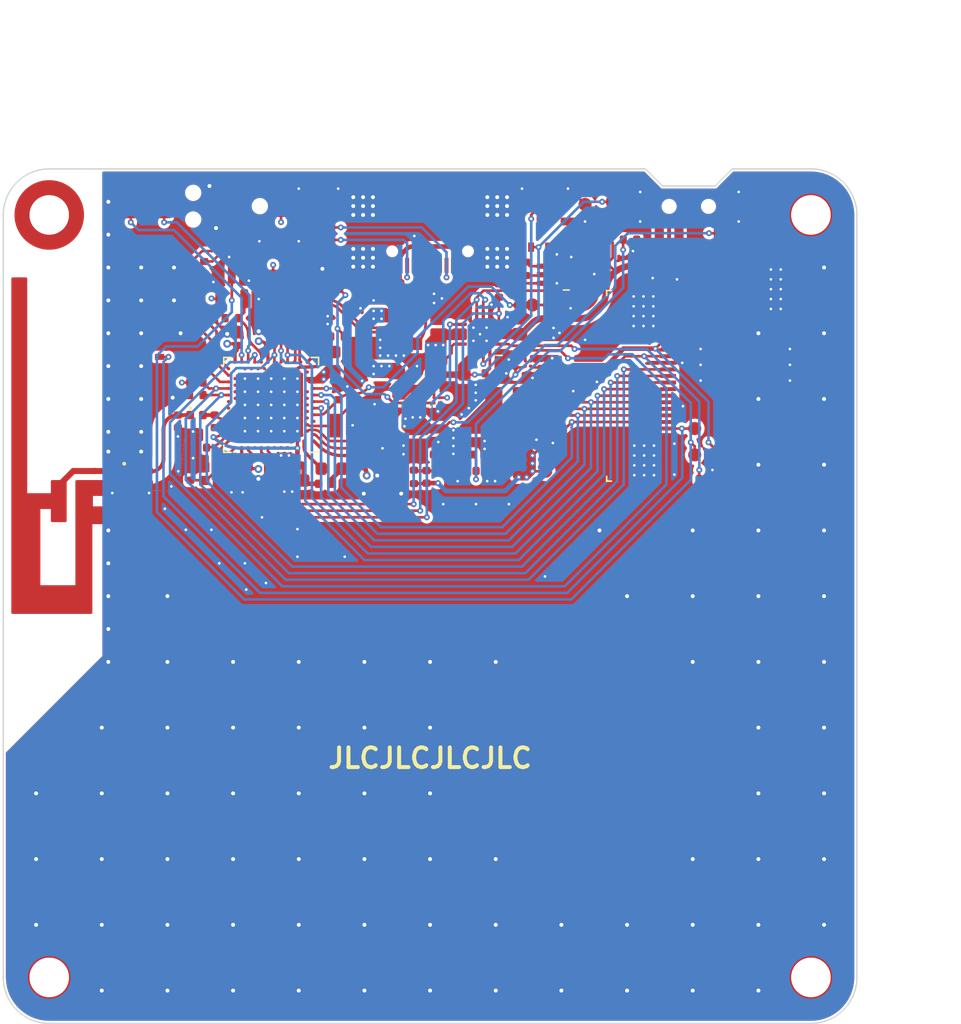
<source format=kicad_pcb>
(kicad_pcb (version 20221018) (generator pcbnew)
  (layers (0 "F.Cu" signal) (1 "In1.Cu" signal) (2 "In2.Cu" signal) (31 "B.Cu" signal) (34 "B.Paste" user) (35 "F.Paste" user) (36 "B.SilkS" user "B.Silkscreen") (37 "F.SilkS" user "F.Silkscreen") (38 "B.Mask" user) (39 "F.Mask" user) (44 "Edge.Cuts" user))
  (net 0 "")
  (net 1 "GND")
  (net 4 "VBAT")
  (net 5 "WS-DIN")
  (net 6 "/USB/VBUS'")
  (net 7 "/MCU/DEC1")
  (net 8 "/Power/V_PULLUP")
  (net 9 "~{PGOOD}")
  (net 11 "+5V")
  (net 12 "WS-EN")
  (net 14 "/MCU/ANT_FEED")
  (net 16 "+1V8")
  (net 20 "/MCU/DEC6")
  (net 21 "/MCU/DEC3")
  (net 25 "/MCU/DECUSB")
  (net 26 "/MCU/DCC_L")
  (net 27 "/MCU/DCC")
  (net 38 "/MCU/1V8'")
  (net 40 "/MCU/VBUS_nRF'")
  (net 42 "D_P")
  (net 43 "D_N")
  (net 44 "/Board Connector/V_LED")
  (net 45 "/Power/SW")
  (net 46 "/Power/FB")
  (net 47 "VBUS")
  (net 48 "SW2")
  (net 49 "SW4")
  (net 50 "SW6")
  (net 51 "SW8")
  (net 52 "SW1")
  (net 53 "SW5")
  (net 54 "SW7")
  (net 55 "SW9")
  (net 60 "/MCU/SWDIO'")
  (net 63 "/MCU/SWCLK'")
  (net 64 "/MCU/ANT")
  (net 65 "/MCU/ANT_nRF")
  (net 66 "/MCU/XL1")
  (net 67 "/MCU/XL2")
  (net 68 "/MCU/XC1")
  (net 69 "/MCU/XC2")
  (net 70 "/MCU/VBUS_nRF")
  (net 73 "SWCLK")
  (net 74 "SWDIO")
  (net 75 "BACKLIGHT_LEDs")
  (net 77 "~{CE}")
  (net 78 "/Power/NTC")
  (net 79 "~{CHG}")
  (net 82 "VBAT_ADC")
  (net 83 "/USB/CC1")
  (net 84 "/USB/CC2")
  (net 85 "/Power/BAT")
  (net 86 "/Power/~{SYSON_CTRL}")
  (net 87 "/Power/~{SYSON}")
  (net 88 "/Power/TLV_(off)")
  (net 89 "/Power/SPRVSR")
  (net 90 "/Power/SYSOFF")
  (net 91 "/Power/I_{SET}")
  (net 92 "/Power/I_{LIM}")
  (net 93 "/Power/TLV_EN")
  (net 95 "SW3")
  (net 97 "/MCU/GPIO_TP_1")
  (net 98 "/MCU/GPIO_TP_2")
  (net 101 "/Board Connector/LEDs_N")
  (net 103 "/Board Connector/WS-DATA")
  (net 104 "Net-(SW1-B)")
  (footprint "Franz-Lib:C_0402_1005Metric_NoSilk" (layer "F.Cu") (at 138.825 78.745 90)
    (fp_text reference "C5" hide)
    (fp_text value "100n" hide)
  )
  (footprint "Franz-Lib:C_0402_1005Metric_NoSilk" (layer "F.Cu") (at 115.8 85.955 -90)
    (fp_text reference "C20" hide)
    (fp_text value "TBD" hide)
  )
  (footprint "Franz-Lib:R_0402_1005Metric_NoSilk" (layer "F.Cu") (at 127.1 70.95 -90)
    (fp_text reference "R26" hide)
    (fp_text value "10k" hide)
  )
  (footprint "Franz-Lib:R_0402_1005Metric_NoSilk" (layer "F.Cu") (at 149.2 82.45)
    (fp_text reference "R20" hide)
    (fp_text value "10k" hide)
  )
  (footprint "Franz-Lib:R_0402_1005Metric_NoSilk" (layer "F.Cu") (at 161 86.1)
    (fp_text reference "TH1" hide)
    (fp_text value "10k" hide)
  )
  (footprint "Franz-Lib:Mounting_Wuerth_WA-SMSI-M2_H8mm_9774080243_NoSilk" (layer "F.Cu") (at 169 124)
    (fp_text reference "H1" hide)
    (fp_text value "M2" hide)
  )
  (footprint "Franz-Lib:C_0402_1005Metric_NoSilk" (layer "F.Cu") (at 127.65 75.45 90)
    (fp_text reference "C30" hide)
    (fp_text value "100n" hide)
  )
  (footprint "Franz-Lib:C_0402_1005Metric_NoSilk" (layer "F.Cu") (at 133 79.575 90)
    (fp_text reference "C35" hide)
    (fp_text value "22n" hide)
  )
  (footprint "Franz-Lib:Nordic_AQFN-73-1EP_7x7mm_P0.5mm_NoSilk" (layer "F.Cu") (at 127.9 80.45 180)
    (fp_text reference "U1" hide)
    (fp_text value "nRF52840" hide)
  )
  (footprint "Franz-Lib:TestPoint_Pad_D1.0mm_NoSIlk" (layer "F.Cu") (at 132.95 71.5)
    (fp_text reference "TP8" hide)
    (fp_text value "TestPoint" hide)
  )
  (footprint "Franz-Lib:R_0402_1005Metric_NoSilk" (layer "F.Cu") (at 149.39 72.85 180)
    (fp_text reference "R18" hide)
    (fp_text value "10M" hide)
  )
  (footprint "Franz-Lib:R_0402_1005Metric_NoSilk" (layer "F.Cu") (at 154.65 66.4 -90)
    (fp_text reference "R9" hide)
    (fp_text value "1M" hide)
  )
  (footprint "Franz-Lib:TestPoint_Pad_D1.0mm_NoSIlk" (layer "F.Cu") (at 148.8 85.5)
    (fp_text reference "TP7" hide)
    (fp_text value "TestPoint" hide)
  )
  (footprint "Franz-Lib:Fuse_0805_2012Metric_NoSilk" (layer "F.Cu") (at 156.975 69.9)
    (fp_text reference "F1" hide)
    (fp_text value "0.8A" hide)
  )
  (footprint "Franz-Lib:R_0402_1005Metric_NoSilk" (layer "F.Cu") (at 140.54 77.1 180)
    (fp_text reference "R16" hide)
    (fp_text value "1k7" hide)
  )
  (footprint "Franz-Lib:C_0201_0603Metric_NoSilk" (layer "F.Cu") (at 148.4 77.3 90)
    (fp_text reference "C33" hide)
    (fp_text value "1µ" hide)
  )
  (footprint "Franz-Lib:C_0402_1005Metric_NoSilk" (layer "F.Cu") (at 129.65 85.05 180)
    (fp_text reference "C22" hide)
    (fp_text value "47n" hide)
  )
  (footprint "Franz-Lib:C_0402_1005Metric_NoSilk" (layer "F.Cu") (at 118.59 85.955 -90)
    (fp_text reference "C19" hide)
    (fp_text value "TBD" hide)
  )
  (footprint "Franz-Lib:C_0402_1005Metric_NoSilk" (layer "F.Cu") (at 120.8 81.705 -90)
    (fp_text reference "C6" hide)
    (fp_text value "0.5p" hide)
  )
  (footprint "Franz-Lib:C_0402_1005Metric_NoSilk" (layer "F.Cu") (at 125.25 85.7 -90)
    (fp_text reference "C18" hide)
    (fp_text value "4p" hide)
  )
  (footprint "Franz-Lib:R_0402_1005Metric_NoSilk" (layer "F.Cu") (at 122.2 79.7)
    (fp_text reference "R27" hide)
    (fp_text value "10k" hide)
  )
  (footprint "Franz-Lib:TestPoint_Pad_1.0x2.0mm_NoSilk" (layer "F.Cu") (at 117.21 65.25)
    (fp_text reference "TP2" hide)
    (fp_text value "GPIO_TP_2" hide)
  )
  (footprint "Franz-Lib:68711614022" (layer "F.Cu") (at 156.268591 79 -90)
    (fp_text reference "J4" hide)
    (fp_text value "Conn_01x16_MountingPin" hide)
  )
  (footprint "Franz-Lib:R_0402_1005Metric_NoSilk" (layer "F.Cu") (at 138.77 85.925 90)
    (fp_text reference "R6" hide)
    (fp_text value "200k" hide)
  )
  (footprint "Franz-Lib:TestPoint_Pad_1.0x2.0mm_NoSilk" (layer "F.Cu") (at 119.75 65.25)
    (fp_text reference "TP1" hide)
    (fp_text value "GPIO_TP_1" hide)
  )
  (footprint "Franz-Lib:L_0402_1005Metric_Polarised_NoSilk_Dot" (layer "F.Cu") (at 122.215 81.225 180)
    (fp_text reference "L6" hide)
    (fp_text value "4n7" hide)
  )
  (footprint "Franz-Lib:R_0402_1005Metric_NoSilk" (layer "F.Cu") (at 149.2 81.5)
    (fp_text reference "R21" hide)
    (fp_text value "10k" hide)
  )
  (footprint "Franz-Lib:C_0402_1005Metric_NoSilk" (layer "F.Cu") (at 126.2 85.7 -90)
    (fp_text reference "C28" hide)
    (fp_text value "100n" hide)
  )
  (footprint "Franz-Lib:GCT_USB4110-GF-A" (layer "F.Cu") (at 140 68.765 180)
    (fp_text reference "J1" hide)
    (fp_text value "USB4110-GF-A" hide)
  )
  (footprint "Franz-Lib:R_0402_1005Metric_NoSilk" (layer "F.Cu") (at 147.9875 65.2 180)
    (fp_text reference "R13" hide)
    (fp_text value "10k" hide)
  )
  (footprint "Franz-Lib:C_0402_1005Metric_NoSilk" (layer "F.Cu") (at 137 72.5 180)
    (fp_text reference "C7" hide)
    (fp_text value "100n" hide)
  )
  (footprint "Franz-Lib:C_0603_1608Metric_NoSilk" (layer "F.Cu") (at 131.25 74.875 90)
    (fp_text reference "C14" hide)
    (fp_text value "4.7µ" hide)
  )
  (footprint "Franz-Lib:C_0402_1005Metric_NoSilk" (layer "F.Cu") (at 135.05 83.75)
    (fp_text reference "C21" hide)
    (fp_text value "100n" hide)
  )
  (footprint "Franz-Lib:C_0402_1005Metric_NoSilk" (layer "F.Cu") (at 123.6 81.7 -90)
    (fp_text reference "C1" hide)
    (fp_text value "0.8p" hide)
  )
  (footprint "Franz-Lib:R_0402_1005Metric_NoSilk" (layer "F.Cu") (at 124.9 73.85)
    (fp_text reference "R3" hide)
    (fp_text value "1kΩ" hide)
  )
  (footprint "Franz-Lib:C_0603_1608Metric_NoSilk" (layer "F.Cu") (at 138.97 83.075 90)
    (fp_text reference "C9" hide)
    (fp_text value "4µ7" hide)
  )
  (footprint "Franz-Lib:JST_PH_S2B-PH-SM4-TB_1x02-1MP_P2.00mm_Horizontal" (layer "F.Cu") (at 164 74.5)
    (fp_text reference "J2" hide)
    (fp_text value "Conn_01x02_MountingPin" hide)
  )
  (footprint "Franz-Lib:Mounting_Wuerth_WA-SMSI-M2_H8mm_9774080243_NoSilk" (layer "F.Cu") (at 111 66)
    (fp_text reference "H2" hide)
    (fp_text value "M2" hide)
  )
  (footprint "Franz-Lib:R_0402_1005Metric_NoSilk" (layer "F.Cu") (at 144.7 78.05)
    (fp_text reference "R15" hide)
    (fp_text value "1k2" hide)
  )
  (footprint "Franz-Lib:R_0402_1005Metric_NoSilk" (layer "F.Cu") (at 147.3 70.1 -90)
    (fp_text reference "R11" hide)
    (fp_text value "1M" hide)
  )
  (footprint "Franz-Lib:R_0402_1005Metric_NoSilk" (layer "F.Cu") (at 132.95 75.25 180)
    (fp_text reference "R5" hide)
    (fp_text value "4R7" hide)
  )
  (footprint "Franz-Lib:SOT-323_SC-70_NoSilk" (layer "F.Cu") (at 148.3375 67.45 90)
    (fp_text reference "D1" hide)
    (fp_text value "BAT54CW" hide)
  )
  (footprint "Franz-Lib:Texas_SWRR034C_2.4GHz_Right" (layer "F.Cu") (at 107.5 83.7229 90)
    (fp_text reference "AE2" hide)
    (fp_text value "Antenna_Shield" hide)
  )
  (footprint "Franz-Lib:450404015514" (layer "F.Cu") (at 159.7 65.35)
    (fp_text reference "SW1" hide)
    (fp_text value "SW_SPDT" hide)
  )
  (footprint "Franz-Lib:C_0402_1005Metric_NoSilk" (layer "F.Cu") (at 136.4 78.6 -90)
    (fp_text reference "C4" hide)
    (fp_text value "10n" hide)
  )
  (footprint "Franz-Lib:C_0402_1005Metric_NoSilk" (layer "F.Cu") (at 134.525 80.4 180)
    (fp_text reference "C16" hide)
    (fp_text value "15p" hide)
  )
  (footprint "Franz-Lib:C_0402_1005Metric_NoSilk" (layer "F.Cu") (at 125.3 75.45 90)
    (fp_text reference "C29" hide)
    (fp_text value "100n" hide)
  )
  (footprint "Franz-Lib:L_Wuerth_MAPI-3012_NoSilk" (layer "F.Cu") (at 145.9 80.8)
    (fp_text reference "L2" hide)
    (fp_text value "2µ2" hide)
  )
  (footprint "Franz-Lib:Mounting_Wuerth_WA-SMSI-M2_H8mm_9774080243_NoSilk" (layer "F.Cu") (at 169 66)
    (fp_text reference "H4" hide)
    (fp_text value "M2" hide)
  )
  (footprint "Franz-Lib:R_0402_1005Metric_NoSilk" (layer "F.Cu") (at 149.2 79.6)
    (fp_text reference "R23" hide)
    (fp_text value "10k" hide)
  )
  (footprint "Franz-Lib:R_0402_1005Metric_NoSilk" (layer "F.Cu") (at 154.19 65)
    (fp_text reference "R8" hide)
    (fp_text value "470k" hide)
  )
  (footprint "Franz-Lib:C_0201_0603Metric_NoSilk" (layer "F.Cu") (at 140.6 79.15)
    (fp_text reference "C31" hide)
    (fp_text value "1µ" hide)
  )
  (footprint "Franz-Lib:R_0402_1005Metric_NoSilk" (layer "F.Cu") (at 122.57 76.81 90)
    (fp_text reference "R32" hide)
    (fp_text value "100k" hide)
  )
  (footprint "Franz-Lib:C_0603_1608Metric_NoSilk" (layer "F.Cu") (at 145.95 83.55 180)
    (fp_text reference "C11" hide)
    (fp_text value "10µ" hide)
  )
  (footprint "Franz-Lib:C_0603_1608Metric_NoSilk" (layer "F.Cu") (at 135.575 84.95)
    (fp_text reference "C27" hide)
    (fp_text value "1µ" hide)
  )
  (footprint "Franz-Lib:WCSPD-4_NoSilk" (layer "F.Cu") (at 147.45 77.3 180)
    (fp_text reference "U3" hide)
    (fp_text value "TCK106AG" hide)
  )
  (footprint "Franz-Lib:SOT143-4L-slim" (layer "F.Cu") (at 138.05 74.75)
    (fp_text reference "U4" hide)
    (fp_text value "SR05.TCT" hide)
  )
  (footprint "Franz-Lib:TestPoint_Pad_D1.0mm_NoSIlk" (layer "F.Cu") (at 160.15 84.25)
    (fp_text reference "TP11" hide)
    (fp_text value "TestPoint" hide)
  )
  (footprint "Franz-Lib:L_0603_1608Metric_NoSilk" (layer "F.Cu") (at 137.625 78.8 -90)
    (fp_text reference "FB1" hide)
    (fp_text value "120R" hide)
  )
  (footprint "Franz-Lib:R_0402_1005Metric_NoSilk" (layer "F.Cu") (at 155.22 67.88 180)
    (fp_text reference "R34" hide)
    (fp_text value "100k" hide)
  )
  (footprint "Franz-Lib:C_0402_1005Metric_NoSilk" (layer "F.Cu") (at 136.575 82.025 -90)
    (fp_text reference "C15" hide)
    (fp_text value "15p" hide)
  )
  (footprint "Franz-Lib:LiIon-5x34x50" (layer "F.Cu") (at 140.85 104.95)
    (fp_text reference "U8" hide)
    (fp_text value "~" hide)
  )
  (footprint "Franz-Lib:SOT-23-5_NoSilk" (layer "F.Cu") (at 151.7375 67.45 180)
    (fp_text reference "U7" hide)
    (fp_text value "S-1009C32I-M5T1U" hide)
  )
  (footprint "Franz-Lib:C_0402_1005Metric_NoSilk" (layer "F.Cu") (at 153 69.7 180)
    (fp_text reference "C3" hide)
    (fp_text value "1µF" hide)
  )
  (footprint "Franz-Lib:R_0402_1005Metric_NoSilk" (layer "F.Cu") (at 128.65 65.375 90)
    (fp_text reference "R31" hide)
    (fp_text value "4R7" hide)
  )
  (footprint "Franz-Lib:Tag-Connect_TC2030-IDC-NL_2x03_P1.27mm_Vertical_NoSilk" (layer "F.Cu") (at 124.5 65.335 180)
    (fp_text reference "J3" hide)
    (fp_text value "Conn_02x03_TC2030" hide)
  )
  (footprint "Franz-Lib:SOT-323_SC-70_NoSilk" (layer "F.Cu") (at 120.4 76.8 180)
    (fp_text reference "Q3" hide)
    (fp_text value "PJC7400" hide)
  )
  (footprint "Franz-Lib:TestPoint_Pad_D1.0mm_NoSIlk" (layer "F.Cu") (at 151.8 65.2)
    (fp_text reference "TP4" hide)
    (fp_text value "TestPoint" hide)
  )
  (footprint "Franz-Lib:WCSPD-4_NoSilk" (layer "F.Cu") (at 140.5 80.1 90)
    (fp_text reference "U5" hide)
    (fp_text value "TCK106AG" hide)
  )
  (footprint "Franz-Lib:C_0402_1005Metric_NoSilk" (layer "F.Cu") (at 121.75 85.7 90)
    (fp_text reference "C17" hide)
    (fp_text value "4p" hide)
  )
  (footprint "Franz-Lib:R_0402_1005Metric_NoSilk" (layer "F.Cu") (at 149.2 80.55)
    (fp_text reference "R22" hide)
    (fp_text value "10k" hide)
  )
  (footprint "Franz-Lib:TestPoint_Pad_D1.0mm_NoSIlk" (layer "F.Cu") (at 160.15 82.25)
    (fp_text reference "TP9" hide)
    (fp_text value "TestPoint" hide)
  )
  (footprint "Franz-Lib:R_0402_1005Metric_NoSilk" (layer "F.Cu") (at 132 67.9 180)
    (fp_text reference "R4" hide)
    (fp_text value "5k1" hide)
  )
  (footprint "Franz-Lib:R_0402_1005Metric_NoSilk" (layer "F.Cu") (at 146.7 73.375 -90)
    (fp_text reference "R19" hide)
    (fp_text value "2M2" hide)
  )
  (footprint "Franz-Lib:C_0603_1608Metric_NoSilk" (layer "F.Cu") (at 142.6 78.925 -90)
    (fp_text reference "C2" hide)
    (fp_text value "1µF" hide)
  )
  (footprint "Franz-Lib:C_0603_1608Metric_NoSilk" (layer "F.Cu") (at 145.95 85.05 180)
    (fp_text reference "C10" hide)
    (fp_text value "10µ" hide)
  )
  (footprint "Franz-Lib:L_0402_1005Metric_NoSilk" (layer "F.Cu") (at 132 86.45)
    (fp_text reference "L5" hide)
    (fp_text value "15n" hide)
  )
  (footprint "Franz-Lib:C_0402_1005Metric_NoSilk" (layer "F.Cu") (at 122.5 83.7 180)
    (fp_text reference "C24" hide)
    (fp_text value "100p" hide)
  )
  (footprint "Franz-Lib:TestPoint_Pad_D1.0mm_NoSIlk" (layer "F.Cu") (at 140.2 78.2)
    (fp_text reference "TP3" hide)
    (fp_text value "TestPoint" hide)
  )
  (footprint "Franz-Lib:L_0603_1608Metric_NoSilk" (layer "F.Cu") (at 132.5 85.3 180)
    (fp_text reference "L4" hide)
    (fp_text value "10µ" hide)
  )
  (footprint "Franz-Lib:C_0603_1608Metric_NoSilk" (layer "F.Cu") (at 133.5 77.9)
    (fp_text reference "C26" hide)
    (fp_text value "4µ7" hide)
  )
  (footprint "Franz-Lib:C_0603_1608Metric_NoSilk" (layer "F.Cu") (at 136.825 71.35 180)
    (fp_text reference "C8" hide)
    (fp_text value "6µ8" hide)
  )
  (footprint "Franz-Lib:R_0402_1005Metric_NoSilk" (layer "F.Cu") (at 145.24 71.75 90)
    (fp_text reference "R17" hide)
    (fp_text value "1M" hide)
  )
  (footprint "Franz-Lib:R_0402_1005Metric_NoSilk" (layer "F.Cu") (at 132 66.95 180)
    (fp_text reference "R1" hide)
    (fp_text value "5k1" hide)
  )
  (footprint "Franz-Lib:C_0603_1608Metric_NoSilk" (layer "F.Cu") (at 147.71 75.075 180)
    (fp_text reference "C32" hide)
    (fp_text value "10µ" hide)
  )
  (footprint "Franz-Lib:VQFN-16-1EP_3x3mm_P0.5mm_EP1.6x1.6mm_NoSilk" (layer "F.Cu") (at 143.8 75.075 180)
    (fp_text reference "U2" hide)
    (fp_text value "BQ24075RGT" hide)
  )
  (footprint "Franz-Lib:SOT-23-5_NoSilk" (layer "F.Cu") (at 141.77 83.275 180)
    (fp_text reference "U6" hide)
    (fp_text value "TLV62568DBV" hide)
  )
  (footprint "Franz-Lib:TestPoint_Pad_D1.0mm_NoSIlk" (layer "F.Cu") (at 163.5 68.1)
    (fp_text reference "TP6" hide)
    (fp_text value "TestPoint" hide)
  )
  (footprint "Franz-Lib:R_0402_1005Metric_NoSilk" (layer "F.Cu") (at 151.55 70.15 -90)
    (fp_text reference "R12" hide)
    (fp_text value "1M" hide)
  )
  (footprint "Franz-Lib:R_0402_1005Metric_NoSilk" (layer "F.Cu") (at 122.8 70.05 90)
    (fp_text reference "R29" hide)
    (fp_text value "22Ω" hide)
  )
  (footprint "Franz-Lib:TestPoint_Pad_D1.0mm_NoSIlk" (layer "F.Cu") (at 147.8 72.85)
    (fp_text reference "TP5" hide)
    (fp_text value "TestPoint" hide)
  )
  (footprint "Franz-Lib:R_0402_1005Metric_NoSilk" (layer "F.Cu") (at 149.8875 65.2 180)
    (fp_text reference "R14" hide)
    (fp_text value "1M" hide)
  )
  (footprint "Franz-Lib:R_0402_1005Metric_NoSilk" (layer "F.Cu") (at 122.2 78.75)
    (fp_text reference "R28" hide)
    (fp_text value "10k" hide)
  )
  (footprint "Franz-Lib:SOT-363_SC-70-6_NoSilk" (layer "F.Cu") (at 149.4 70.55 180)
    (fp_text reference "Q2" hide)
    (fp_text value "BSD235C" hide)
  )
  (footprint "Franz-Lib:L_0402_1005Metric_Polarised_NoSilk_Dot" (layer "F.Cu") (at 117.195 85.475 180)
    (fp_text reference "L7" hide)
    (fp_text value "TBD" hide)
  )
  (footprint "Franz-Lib:C_0402_1005Metric_NoSilk" (layer "F.Cu") (at 143.02 85.475 180)
    (fp_text reference "C36" hide)
    (fp_text value "100n" hide)
  )
  (footprint "Franz-Lib:R_0402_1005Metric_NoSilk" (layer "F.Cu") (at 128.05 70.94 -90)
    (fp_text reference "R25" hide)
    (fp_text value "10k" hide)
  )
  (footprint "Franz-Lib:TestPoint_Pad_D1.0mm_NoSIlk" (layer "F.Cu") (at 162.15 84.25)
    (fp_text reference "TP10" hide)
    (fp_text value "TestPoint" hide)
  )
  (footprint "Franz-Lib:C_0201_0603Metric_NoSilk" (layer "F.Cu") (at 146.5 77.3 90)
    (fp_text reference "C34" hide)
    (fp_text value "1µ" hide)
  )
  (footprint "Franz-Lib:Mounting_Wuerth_WA-SMSI-M2_H8mm_9774080243_NoSilk" (layer "F.Cu") (at 111 124)
    (fp_text reference "H3" hide)
    (fp_text value "M2" hide)
  )
  (footprint "Franz-Lib:C_0603_1608Metric_NoSilk" (layer "F.Cu") (at 133.5 76.425)
    (fp_text reference "C25" hide)
    (fp_text value "4µ7" hide)
  )
  (footprint "Franz-Lib:R_0402_1005Metric_NoSilk" (layer "F.Cu") (at 121.85 70.05 90)
    (fp_text reference "R30" hide)
    (fp_text value "22Ω" hide)
  )
  (footprint "Franz-Lib:Crystal_SMD_3215-2Pin_NoSilk" (layer "F.Cu") (at 134.1 82.025 180)
    (fp_text reference "Y1" hide)
    (fp_text value "32.768k" hide)
  )
  (footprint "Franz-Lib:C_0603_1608Metric_NoSilk" (layer "F.Cu") (at 129.6 86.2 180)
    (fp_text reference "C23" hide)
    (fp_text value "1µ" hide)
  )
  (footprint "Franz-Lib:R_0402_1005Metric_NoSilk" (layer "F.Cu") (at 149.2 78.65)
    (fp_text reference "R2" hide)
    (fp_text value "1kΩ" hide)
  )
  (footprint "Franz-Lib:SOT-23_NoSilk" (layer "F.Cu") (at 124.9 71.4375 90)
    (fp_text reference "Q1" hide)
    (fp_text value "BSS138" hide)
  )
  (footprint "Franz-Lib:C_0402_1005Metric_NoSilk" (layer "F.Cu") (at 139.72 85.925 90)
    (fp_text reference "C13" hide)
    (fp_text value "6p8" hide)
  )
  (footprint "Franz-Lib:C_0603_1608Metric_NoSilk" (layer "F.Cu") (at 140.5 74.3 -90)
    (fp_text reference "C12" hide)
    (fp_text value "22µ" hide)
  )
  (footprint "Franz-Lib:R_0402_1005Metric_NoSilk" (layer "F.Cu") (at 141.13 85.475)
    (fp_text reference "R7" hide)
    (fp_text value "100k" hide)
  )
  (footprint "Franz-Lib:R_0402_1005Metric_NoSilk" (layer "F.Cu") (at 129 70.94 -90)
    (fp_text reference "R24" hide)
    (fp_text value "10k" hide)
  )
  (footprint "Franz-Lib:OSC_XRCGB24M000F3M01R0" (layer "F.Cu") (at 123.5 85.7 -90)
    (fp_text reference "Y2" hide)
    (fp_text value "32M" hide)
  )
  (footprint "Franz-Lib:DreamSteck-Mask-back" (layer "B.Cu") (at 140 95 180)
    (fp_text reference "G***" hide)
    (fp_text value "LOGO" hide)
  )
  (gr_line (start 156.4 62.5) (end 157.7 63.8) (stroke (width 0.1)) (layer "Edge.Cuts"))
  (gr_line (start 161.7 63.8) (end 163 62.5) (stroke (width 0.1)) (layer "Edge.Cuts"))
  (gr_arc (start 107.5 66) (mid 108.525126 63.525126) (end 111 62.5) (stroke (width 0.1)) (layer "Edge.Cuts"))
  (gr_line (start 107.5 124) (end 107.5 66) (stroke (width 0.1)) (layer "Edge.Cuts"))
  (gr_line (start 163 62.5) (end 169 62.5) (stroke (width 0.1)) (layer "Edge.Cuts"))
  (gr_line (start 111 62.5) (end 156.4 62.5) (stroke (width 0.1)) (layer "Edge.Cuts"))
  (gr_arc (start 169 62.5) (mid 171.474874 63.525126) (end 172.5 66) (stroke (width 0.1)) (layer "Edge.Cuts"))
  (gr_line (start 157.7 63.8) (end 161.7 63.8) (stroke (width 0.1)) (layer "Edge.Cuts"))
  (gr_line (start 169 127.5) (end 111 127.5) (stroke (width 0.1)) (layer "Edge.Cuts"))
  (gr_arc (start 111 127.5) (mid 108.525126 126.474874) (end 107.5 124) (stroke (width 0.1)) (layer "Edge.Cuts"))
  (gr_arc (start 172.5 124) (mid 171.474874 126.474874) (end 169 127.5) (stroke (width 0.1)) (layer "Edge.Cuts"))
  (gr_line (start 172.5 66) (end 172.5 124) (stroke (width 0.1)) (layer "Edge.Cuts"))
  (gr_text "JLCJLCJLCJLC" (at 140 108.2) (layer "F.SilkS") (effects (font (size 1.5 1.5) (thickness 0.3) bold) (justify bottom)))
  (segment (start 161.51 85.41) (end 161.5 85.4) (width 0.2) (layer "F.Cu") (net 1))
  (segment (start 159.2 77.25) (end 160.5 77.25) (width 0.2) (layer "F.Cu") (net 1))
  (segment (start 135.975 85.825) (end 135.975 85.785034) (width 0.25) (layer "F.Cu") (net 1))
  (segment (start 127.07 74.97) (end 126.95 74.85) (width 0.2) (layer "F.Cu") (net 1))
  (segment (start 148.4 77) (end 147.75 77) (width 0.25) (layer "F.Cu") (net 1))
  (segment (start 161.51 86.1) (end 161.51 85.41) (width 0.2) (layer "F.Cu") (net 1))
  (segment (start 147.75 77) (end 147.65 77.1) (width 0.25) (layer "F.Cu") (net 1))
  (segment (start 135.975 85.785034) (end 136.098388 85.661646) (width 0.25) (layer "F.Cu") (net 1))
  (segment (start 143.05 74.05) (end 143.15 74.15) (width 0.25) (layer "F.Cu") (net 1))
  (segment (start 127.65 74.97) (end 127.07 74.97) (width 0.2) (layer "F.Cu") (net 1))
  (segment (start 124.55 75.05) (end 124.63 74.97) (width 0.25) (layer "F.Cu") (net 1))
  (segment (start 143.05 73.6375) (end 143.05 74.05) (width 0.25) (layer "F.Cu") (net 1))
  (segment (start 143.15 74.15) (end 143.15 74.425) (width 0.25) (layer "F.Cu") (net 1))
  (segment (start 124.63 74.97) (end 125.3 74.97) (width 0.25) (layer "F.Cu") (net 1))
  (segment (start 143.15 74.425) (end 143.3 74.575) (width 0.25) (layer "F.Cu") (net 1))
  (segment (start 160.5 77.25) (end 160.65 77.4) (width 0.2) (layer "F.Cu") (net 1))
  (segment (start 146.5 77) (end 145.99 77) (width 0.2) (layer "F.Cu") (net 1))
  (segment (start 126.3 86.18) (end 126.771508 86.18) (width 0.35) (layer "F.Cu") (net 1))
  (segment (start 124.908579 81.85) (end 124.39669 81.85) (width 0.2) (layer "F.Cu") (net 1))
  (segment (start 158.128591 77.25) (end 159.2 77.25) (width 0.2) (layer "F.Cu") (net 1))
  (via (at 110 120) (size 0.6) (drill 0.3) (layers "F.Cu" "B.Cu") (net 1))
  (via (at 155.5 74.45) (size 0.45) (drill 0.2) (layers "F.Cu" "B.Cu") (net 1))
  (via (at 118 80) (size 0.6) (drill 0.3) (layers "F.Cu" "B.Cu") (net 1))
  (via (at 118.6 87.15) (size 0.45) (drill 0.2) (layers "F.Cu" "B.Cu") (net 1))
  (via (at 135 125) (size 0.6) (drill 0.3) (layers "F.Cu" "B.Cu") (net 1))
  (via (at 165.95 70.9) (size 0.45) (drill 0.2) (layers "F.Cu" "B.Cu") (net 1))
  (via (at 145.11 68.585) (size 0.6) (drill 0.3) (layers "F.Cu" "B.Cu") (net 1))
  (via (at 128.9 78.45) (size 0.45) (drill 0.2) (layers "F.Cu" "B.Cu") (net 1))
  (via (at 141.775 82.975) (size 0.45) (drill 0.2) (layers "F.Cu" "B.Cu") (net 1))
  (via (at 144.36 66) (size 0.6) (drill 0.3) (layers "F.Cu" "B.Cu") (net 1))
  (via (at 120 110) (size 0.6) (drill 0.3) (layers "F.Cu" "B.Cu") (net 1))
  (via (at 142.1 86.25) (size 0.45) (drill 0.2) (layers "F.Cu" "B.Cu") (net 1))
  (via (at 135.7 72.5) (size 0.45) (drill 0.2) (layers "F.Cu" "B.Cu") (net 1))
  (via (at 136.2 76.7) (size 0.45) (drill 0.2) (layers "F.Cu" "B.Cu") (net 1))
  (via (at 126.9 81.45) (size 0.45) (drill 0.2) (layers "F.Cu" "B.Cu") (net 1))
  (via (at 156.3 83.55) (size 0.45) (drill 0.2) (layers "F.Cu" "B.Cu") (net 1))
  (via (at 126.9 79.45) (size 0.45) (drill 0.2) (layers "F.Cu" "B.Cu") (net 1))
  (via (at 110 110) (size 0.6) (drill 0.3) (layers "F.Cu" "B.Cu") (net 1))
  (via (at 129.25 84.3) (size 0.45) (drill 0.2) (layers "F.Cu" "B.Cu") (net 1))
  (via (at 163.5 66.5) (size 0.45) (drill 0.2) (layers "F.Cu" "B.Cu") (net 1))
  (via (at 137.4 76.7) (size 0.45) (drill 0.2) (layers "F.Cu" "B.Cu") (net 1))
  (via (at 140 105) (size 0.6) (drill 0.3) (layers "F.Cu" "B.Cu") (net 1))
  (via (at 129.9 92) (size 0.45) (drill 0.2) (layers "F.Cu" "B.Cu") (net 1))
  (via (at 115.5 82.5) (size 0.6) (drill 0.3) (layers "F.Cu" "B.Cu") (net 1))
  (via (at 126.9 82.45) (size 0.45) (drill 0.2) (layers "F.Cu" "B.Cu") (net 1))
  (via (at 170 70) (size 0.6) (drill 0.3) (layers "F.Cu" "B.Cu") (net 1))
  (via (at 115.5 65) (size 0.6) (drill 0.3) (layers "F.Cu" "B.Cu") (net 1))
  (via (at 125.9 78.45) (size 0.45) (drill 0.2) (layers "F.Cu" "B.Cu") (net 1))
  (via (at 140 125) (size 0.6) (drill 0.3) (layers "F.Cu" "B.Cu") (net 1))
  (via (at 144.15 83.2) (size 0.45) (drill 0.2) (layers "F.Cu" "B.Cu") (net 1))
  (via (at 145.11 69.26) (size 0.6) (drill 0.3) (layers "F.Cu" "B.Cu") (net 1))
  (via (at 158.6 85.75) (size 0.45) (drill 0.2) (layers "F.Cu" "B.Cu") (net 1))
  (via (at 137.975 84.2) (size 0.45) (drill 0.2) (layers "F.Cu" "B.Cu") (net 1))
  (via (at 150.9 79.4) (size 0.45) (drill 0.2) (layers "F.Cu" "B.Cu") (net 1))
  (via (at 170 105) (size 0.6) (drill 0.3) (layers "F.Cu" "B.Cu") (net 1))
  (via (at 160 125) (size 0.6) (drill 0.3) (layers "F.Cu" "B.Cu") (net 1))
  (via (at 136.2 76.1) (size 0.45) (drill 0.2) (layers "F.Cu" "B.Cu") (net 1))
  (via (at 160 115) (size 0.6) (drill 0.3) (layers "F.Cu" "B.Cu") (net 1))
  (via (at 131.8 70.1) (size 0.6) (drill 0.3) (layers "F.Cu" "B.Cu") (net 1))
  (via (at 140.6 80.94) (size 0.45) (drill 0.2) (layers "F.Cu" "B.Cu") (net 1))
  (via (at 121.4 89.95) (size 0.45) (drill 0.2) (layers "F.Cu" "B.Cu") (net 1))
  (via (at 170 95) (size 0.6) (drill 0.3) (layers "F.Cu" "B.Cu") (net 1))
  (via (at 156.95 70.8) (size 0.45) (drill 0.2) (layers "F.Cu" "B.Cu") (net 1))
  (via (at 156.3 85.05) (size 0.45) (drill 0.2) (layers "F.Cu" "B.Cu") (net 1))
  (via (at 170 120) (size 0.6) (drill 0.3) (layers "F.Cu" "B.Cu") (net 1))
  (via (at 129.9 82.45) (size 0.45) (drill 0.2) (layers "F.Cu" "B.Cu") (net 1))
  (via (at 160 100) (size 0.6) (drill 0.3) (layers "F.Cu" "B.Cu") (net 1))
  (via (at 128.9 81.45) (size 0.45) (drill 0.2) (layers "F.Cu" "B.Cu") (net 1))
  (via (at 125 120) (size 0.6) (drill 0.3) (layers "F.Cu" "B.Cu") (net 1))
  (via (at 145 125) (size 0.6) (drill 0.3) (layers "F.Cu" "B.Cu") (net 1))
  (via (at 134.15 66) (size 0.6) (drill 0.3) (layers "F.Cu" "B.Cu") (net 1))
  (via (at 155.45 68.75) (size 0.45) (drill 0.2) (layers "F.Cu" "B.Cu") (net 1))
  (via (at 134.15 64.65) (size 0.6) (drill 0.3) (layers "F.Cu" "B.Cu") (net 1))
  (via (at 150 125) (size 0.6) (drill 0.3) (layers "F.Cu" "B.Cu") (net 1))
  (via (at 132.2 74.3) (size 0.45) (drill 0.2) (layers "F.Cu" "B.Cu") (net 1))
  (via (at 134.15 69.26) (size 0.6) (drill 0.3) (layers "F.Cu" "B.Cu") (net 1))
  (via (at 165 75) (size 0.6) (drill 0.3) (layers "F.Cu" "B.Cu") (net 1))
  (via (at 125 105) (size 0.6) (drill 0.3) (layers "F.Cu" "B.Cu") (net 1))
  (via (at 145.86 68.585) (size 0.6) (drill 0.3) (layers "F.Cu" "B.Cu") (net 1))
  (via (at 130 64) (size 0.45) (drill 0.2) (layers "F.Cu" "B.Cu") (net 1))
  (via (at 130 100) (size 0.6) (drill 0.3) (layers "F.Cu" "B.Cu") (net 1))
  (via (at 115 105) (size 0.6) (drill 0.3) (layers "F.Cu" "B.Cu") (net 1))
  (via (at 115.5 92.5) (size 0.6) (drill 0.3) (layers "F.Cu" "B.Cu") (net 1))
  (via (at 170 115) (size 0.6) (drill 0.3) (layers "F.Cu" "B.Cu") (net 1))
  (via (at 151.8 66.5) (size 0.45) (drill 0.2) (layers "F.Cu" "B.Cu") (net 1))
  (via (at 134.15 69.935) (size 0.6) (drill 0.3) (layers "F.Cu" "B.Cu") (net 1))
  (via (at 135 110) (size 0.6) (drill 0.3) (layers "F.Cu" "B.Cu") (net 1))
  (via (at 115.5 67.5) (size 0.6) (drill 0.3) (layers "F.Cu" "B.Cu") (net 1))
  (via (at 143.3 75.575) (size 0.45) (drill 0.2) (layers "F.Cu" "B.Cu") (net 1))
  (via (at 136.2 75.5) (size 0.45) (drill 0.2) (layers "F.Cu" "B.Cu") (net 1))
  (via (at 130 105) (size 0.6) (drill 0.3) (layers "F.Cu" "B.Cu") (net 1))
  (via (at 128.65 84.3) (size 0.45) (drill 0.2) (layers "F.Cu" "B.Cu") (net 1))
  (via (at 149.3 76.9) (size 0.45) (drill 0.2) (layers "F.Cu" "B.Cu") (net 1))
  (via (at 167.4 77.4) (size 0.45) (drill 0.2) (layers "F.Cu" "B.Cu") (net 1))
  (via (at 144.3 74.575) (size 0.45) (drill 0.2) (layers "F.Cu" "B.Cu") (net 1))
  (via (at 166.7 71.65) (size 0.45) (drill 0.2) (layers "F.Cu" "B.Cu") (net 1))
  (via (at 115.5 90) (size 0.6) (drill 0.3) (layers "F.Cu" "B.Cu") (net 1))
  (via (at 135.65 65.325) (size 0.6) (drill 0.3) (layers "F.Cu" "B.Cu") (net 1))
  (via (at 143.5 88) (size 0.45) (drill 0.2) (layers "F.Cu" "B.Cu") (net 1))
  (via (at 140 100) (size 0.6) (drill 0.3) (layers "F.Cu" "B.Cu") (net 1))
  (via (at 119.8 88.35) (size 0.45) (drill 0.2) (layers "F.Cu" "B.Cu") (net 1))
  (via (at 129.9 78.45) (size 0.45) (drill 0.2) (layers "F.Cu" "B.Cu") (net 1))
  (via (at 140.9 72.35) (size 0.45) (drill 0.2) (layers "F.Cu" "B.Cu") (net 1))
  (via (at 158.6 83.4) (size 0.45) (drill 0.2) (layers "F.Cu" "B.Cu") (net 1))
  (via (at 141 88) (size 0.45) (drill 0.2) (layers "F.Cu" "B.Cu") (net 1))
  (via (at 155.55 83.55) (size 0.45) (drill 0.2) (layers "F.Cu" "B.Cu") (net 1))
  (via (at 124.875 87.1) (size 0.45) (drill 0.2) (layers "F.Cu" "B.Cu") (net 1))
  (via (at 124.7 69.2) (size 0.45) (drill 0.2) (layers "F.Cu" "B.Cu") (net 1))
  (via (at 144.36 64.65) (size 0.6) (drill 0.3) (layers "F.Cu" "B.Cu") (net 1))
  (via (at 157.05 84.3) (size 0.45) (drill 0.2) (layers "F.Cu" "B.Cu") (net 1))
  (via (at 155.5 73.7) (size 0.45) (drill 0.2) (layers "F.Cu" "B.Cu") (net 1))
  (via (at 165 80) (size 0.6) (drill 0.3) (layers "F.Cu" "B.Cu") (net 1))
  (via (at 150.5 64) (size 0.45) (drill 0.2) (layers "F.Cu" "B.Cu") (net 1))
  (via (at 157.05 85.05) (size 0.45) (drill 0.2) (layers "F.Cu" "B.Cu") (net 1))
  (via (at 135.775 80.4) (size 0.45) (drill 0.2) (layers "F.Cu" "B.Cu") (net 1))
  (via (at 160.6 77.4) (size 0.45) (drill 0.2) (layers "F.Cu" "B.Cu") (net 1))
  (via (at 138.8 67.6) (size 0.45) (drill 0.2) (layers "F.Cu" "B.Cu") (net 1))
  (via (at 160.6 78.6) (size 0.45) (drill 0.2) (layers "F.Cu" "B.Cu") (net 1))
  (via (at 157 72.2) (size 0.45) (drill 0.2) (layers "F.Cu" "B.Cu") (net 1))
  (via (at 166.7 70.15) (size 0.45) (drill 0.2) (layers "F.Cu" "B.Cu") (net 1))
  (via (at 140 110) (size 0.6) (drill 0.3) (layers "F.Cu" "B.Cu") (net 1))
  (via (at 134.9 68.585) (size 0.6) (drill 0.3) (layers "F.Cu" "B.Cu") (net 1))
  (via (at 140.625 83.275) (size 0.45) (drill 0.2) (layers "F.Cu" "B.Cu") (net 1))
  (via (at 156.25 72.95) (size 0.45) (drill 0.2) (layers "F.Cu" "B.Cu") (net 1))
  (via (at 157 73.7) (size 0.45) (drill 0.2) (layers "F.Cu" "B.Cu") (net 1))
  (via (at 120 120) (size 0.6) (drill 0.3) (layers "F.Cu" "B.Cu") (net 1))
  (via (at 163.5 64.25) (size 0.45) (drill 0.2) (layers "F.Cu" "B.Cu") (net 1))
  (via (at 120 105) (size 0.6) (drill 0.3) (layers "F.Cu" "B.Cu") (net 1))
  (via (at 137.975 83.55) (size 0.45) (drill 0.2) (layers "F.Cu" "B.Cu") (net 1))
  (via (at 135 100) (size 0.6) (drill 0.3) (layers "F.Cu" "B.Cu") (net 1))
  (via (at 134.15 65.325) (size 0.6) (drill 0.3) (layers "F.Cu" "B.Cu") (net 1))
  (via (at 123.2 63.8) (size 0.6) (drill 0.3) (layers "F.Cu" "B.Cu") (net 1))
  (via (at 115.8 87.155) (size 0.45) (drill 0.2) (layers "F.Cu" "B.Cu") (net 1))
  (via (at 166.7 72.4) (size 0.45) (drill 0.2) (layers "F.Cu" "B.Cu") (net 1))
  (via (at 146 88) (size 0.45) (drill 0.2) (layers "F.Cu" "B.Cu") (net 1))
  (via (at 129.9 79.45) (size 0.45) (drill 0.2) (layers "F.Cu" "B.Cu") (net 1))
  (via (at 127.9 82.45) (size 0.45) (drill 0.2) (layers "F.Cu" "B.Cu") (net 1))
  (via (at 144.3 75.575) (size 0.45) (drill 0.2) (layers "F.Cu" "B.Cu") (net 1))
  (via (at 165.95 71.65) (size 0.45) (drill 0.2) (layers "F.Cu" "B.Cu") (net 1))
  (via (at 123.5 71.1) (size 0.45) (drill 0.2) (layers "F.Cu" "B.Cu") (net 1))
  (via (at 130 120) (size 0.6) (drill 0.3) (layers "F.Cu" "B.Cu") (net 1))
  (via (at 148.1 83.1) (size 0.45) (drill 0.2) (layers "F.Cu" "B.Cu") (net 1))
  (via (at 156.25 72.2) (size 0.45) (drill 0.2) (layers "F.Cu" "B.Cu") (net 1))
  (via (at 170 75) (size 0.6) (drill 0.3) (layers "F.Cu" "B.Cu") (net 1))
  (via (at 134.825 78.625) (size 0.45) (drill 0.2) (layers "F.Cu" "B.Cu") (net 1))
  (via (at 120 100) (size 0.6) (drill 0.3) (layers "F.Cu" "B.Cu") (net 1))
  (via (at 156.3 84.3) (size 0.45) (drill 0.2) (layers "F.Cu" "B.Cu") (net 1))
  (via (at 127.9 81.45) (size 0.45) (drill 0.2) (layers "F.Cu" "B.Cu") (net 1))
  (via (at 144.15 83.8) (size 0.45) (drill 0.2) (layers "F.Cu" "B.Cu") (net 1))
  (via (at 141.775 82.375) (size 0.45) (drill 0.2) (layers "F.Cu" "B.Cu") (net 1))
  (via (at 125.9 79.45) (size 0.45) (drill 0.2) (layers "F.Cu" "B.Cu") (net 1))
  (via (at 143.475 80.1) (size 0.45) (drill 0.2) (layers "F.Cu" "B.Cu") (net 1))
  (via (at 161.5 85.4) (size 0.45) (drill 0.2) (layers "F.Cu" "B.Cu") (net 1))
  (via (at 157 72.95) (size 0.45) (drill 0.2) (layers "F.Cu" "B.Cu") (net 1))
  (via (at 144.36 69.935) (size 0.6) (drill 0.3) (layers "F.Cu" "B.Cu") (net 1))
  (via (at 120.8 82.85) (size 0.45) (drill 0.2) (layers "F.Cu" "B.Cu") (net 1))
  (via (at 160.6 76.2) (size 0.45) (drill 0.2) (layers "F.Cu" "B.Cu") (net 1))
  (via (at 142.95 80.7) (size 0.45) (drill 0.2) (layers "F.Cu" "B.Cu") (net 1))
  (via (at 118 84) (size 0.6) (drill 0.3) (layers "F.Cu" "B.Cu") (net 1))
  (via (at 123.7 67) (size 0.6) (drill 0.3) (layers "F.Cu" "B.Cu") (net 1))
  (via (at 134.95 87.2) (size 0.6) (drill 0.3) (layers "F.Cu" "B.Cu") (net 1))
  (via (at 142.4 81.175) (size 0.45) (drill 0.2) (layers "F.Cu" "B.Cu") (net 1))
  (via (at 143.8 75.075) (size 0.45) (drill 0.2) (layers "F.Cu" "B.Cu") (net 1))
  (via (at 147.8 78.4) (size 0.45) (drill 0.2) (layers "F.Cu" "B.Cu") (net 1))
  (via (at 165 120) (size 0.6) (drill 0.3) (layers "F.Cu" "B.Cu") (net 1))
  (via (at 160 95) (size 0.6) (drill 0.3) (layers "F.Cu" "B.Cu") (net 1))
  (via (at 130 115) (size 0.6) (drill 0.3) (layers "F.Cu" "B.Cu") (net 1))
  (via (at 135.975 85.825) (size 0.6) (drill 0.3) (layers "F.Cu" "B.Cu") (net 1))
  (via (at 126.9 78.45) (size 0.45) (drill 0.2) (layers "F.Cu" "B.Cu") (net 1))
  (via (at 134.15 68.585) (size 0.6) (drill 0.3) (layers "F.Cu" "B.Cu") (net 1))
  (via (at 140 120) (size 0.6) (drill 0.3) (layers "F.Cu" "B.Cu") (net 1))
  (via (at 135.65 69.26) (size 0.6) (drill 0.3) (layers "F.Cu" "B.Cu") (net 1))
  (via (at 165.95 73.15) (size 0.45) (drill 0.2) (layers "F.Cu" "B.Cu") (net 1))
  (via (at 126.2 71) (size 0.45) (drill 0.2) (layers "F.Cu" "B.Cu") (net 1))
  (via (at 135.65 68.585) (size 0.6) (drill 0.3) (layers "F.Cu" "B.Cu") (net 1))
  (via (at 155 125) (size 0.6) (drill 0.3) (layers "F.Cu" "B.Cu") (net 1))
  (via (at 118 77.5) (size 0.6) (drill 0.3) (layers "F.Cu" "B.Cu") (net 1))
  (via (at 149.35 83.35) (size 0.45) (drill 0.2) (layers "F.Cu" "B.Cu") (net 1))
  (via (at 149.65 71.2) (size 0.45) (drill 0.2) (layers "F.Cu" "B.Cu") (net 1))
  (via (at 165 85) (size 0.6) (drill 0.3) (layers "F.Cu" "B.Cu") (net 1))
  (via (at 149.65 69) (size 0.45) (drill 0.2) (layers "F.Cu" "B.Cu") (net 1))
  (via (at 125 110) (size 0.6) (drill 0.3) (layers "F.Cu" "B.Cu") (net 1))
  (via (at 170 90) (size 0.6) (drill 0.3) (layers "F.Cu" "B.Cu") (net 1))
  (via (at 136.375 83.75) (size 0.45) (drill 0.2) (layers "F.Cu" "B.Cu") (net 1))
  (via (at 152.9 90) (size 0.6) (drill 0.3) (layers "F.Cu" "B.Cu") (net 1))
  (via (at 145.9 73.775) (size 0.45) (drill 0.2) (layers "F.Cu" "B.Cu") (net 1))
  (via (at 127.2 89) (size 0.45) (drill 0.2) (layers "F.Cu" "B.Cu") (net 1))
  (via (at 134.9 69.26) (size 0.6) (drill 0.3) (layers "F.Cu" "B.Cu") (net 1))
  (via (at 155.55 84.3) (size 0.45) (drill 0.2) (layers "F.Cu" "B.Cu") (net 1))
  (via (at 125 115) (size 0.6) (drill 0.3) (layers "F.Cu" "B.Cu") (net 1))
  (via (at 134.9 66) (size 0.6) (drill 0.3) (layers "F.Cu" "B.Cu") (net 1))
  (via (at 144.675 72.825) (size 0.45) (drill 0.2) (layers "F.Cu" "B.Cu") (net 1))
  (via (at 150.75 69.2) (size 0.45) (drill 0.2) (layers "F.Cu" "B.Cu") (net 1))
  (via (at 155.55 85.8) (size 0.45) (drill 0.2) (layers "F.Cu" "B.Cu") (net 1))
  (via (at 129.9 81.45) (size 0.45) (drill 0.2) (layers "F.Cu" "B.Cu") (net 1))
  (via (at 155.55 85.05) (size 0.45) (drill 0.2) (layers "F.Cu" "B.Cu") (net 1))
  (via (at 166.7 70.9) (size 0.45) (drill 0.2) (layers "F.Cu" "B.Cu") (net 1))
  (via (at 157.05 85.8) (size 0.45) (drill 0.2) (layers "F.Cu" "B.Cu") (net 1))
  (via (at 145.99 77) (size 0.45) (drill 0.2) (layers "F.Cu" "B.Cu") (net 1))
  (via (at 125.9 82.45) (size 0.45) (drill 0.2) (layers "F.Cu" "B.Cu") (net 1))
  (via (at 160 120) (size 0.6) (drill 0.3) (layers "F.Cu" "B.Cu") (net 1))
  (via (at 134.9 65.325) (size 0.6) (drill 0.3) (layers "F.Cu" "B.Cu") (net 1))
  (via (at 115 115) (size 0.6) (drill 0.3) (layers "F.Cu" "B.Cu") (net 1))
  (via (at 165 110) (size 0.6) (drill 0.3) (layers "F.Cu" "B.Cu") (net 1))
  (via (at 126.95 72.4) (size 0.45) (drill 0.2) (layers "F.Cu" "B.Cu") (net 1))
  (via (at 121 75) (size 0.6) (drill 0.3) (layers "F.Cu" "B.Cu") (net 1))
  (via (at 156.3 85.8) (size 0.45) (drill 0.2) (layers "F.Cu" "B.Cu") (net 1))
  (via (at 124.55 75.05) (size 0.6) (drill 0.3) (layers "F.Cu" "B.Cu") (net 1))
  (via (at 170 85) (size 0.6) (drill 0.3) (layers "F.Cu" "B.Cu") (net 1))
  (via (at 155.5 72.2) (size 0.45) (drill 0.2) (layers "F.Cu" "B.Cu") (net 1))
  (via (at 140.3 72.7) (size 0.45) (drill 0.2) (layers "F.Cu" "B.Cu") (net 1))
  (via (at 115.5 77.5) (size 0.6) (drill 0.3) (layers "F.Cu" "B.Cu") (net 1))
  (via (at 145.11 66) (size 0.6) (drill 0.3) (layers "F.Cu" "B.Cu") (net 1))
  (via (at 115 120) (size 0.6) (drill 0.3) (layers "F.Cu" "B.Cu") (net 1))
  (via (at 134.9 64.65) (size 0.6) (drill 0.3) (layers "F.Cu" "B.Cu") (net 1))
  (via (at 158.8 70.9) (size 0.45) (drill 0.2) (layers "F.Cu" "B.Cu") (net 1))
  (via (at 121.95 84.5) (size 0.45) (drill 0.2) (layers "F.Cu" "B.Cu") (net 1))
  (via (at 125.9 92.5) (size 0.45) (drill 0.2) (layers "F.Cu" "B.Cu") (net 1))
  (via (at 145 120) (size 0.6) (drill 0.3) (layers "F.Cu" "B.Cu") (net 1))
  (via (at 144.36 69.26) (size 0.6) (drill 0.3) (layers "F.Cu" "B.Cu") (net 1))
  (via (at 156 66.5) (size 0.45) (drill 0.2) (layers "F.Cu" "B.Cu") (net 1))
  (via (at 143.475 79.525) (size 0.45) (drill 0.2) (layers "F.Cu" "B.Cu") (net 1))
  (via (at 145.86 69.935) (size 0.6) (drill 0.3) (layers "F.Cu" "B.Cu") (net 1))
  (via (at 130 68) (size 0.45) (drill 0.2) (layers "F.Cu" "B.Cu") (net 1))
  (via (at 165 105) (size 0.6) (drill 0.3) (layers "F.Cu" "B.Cu") (net 1))
  (via (at 127.5 94) (size 0.45) (drill 0.2) (layers "F.Cu" "B.Cu") (net 1))
  (via (at 134.9 69.935) (size 0.6) (drill 0.3) (layers "F.Cu" "B.Cu") (net 1))
  (via (at 159.2 77.25) (size 0.45) (drill 0.2) (layers "F.Cu" "B.Cu") (net 1))
  (via (at 120.825 85.5) (size 0.45) (drill 0.2) (layers "F.Cu" "B.Cu") (net 1))
  (via (at 137.8 87.2) (size 0.6) (drill 0.3) (layers "F.Cu" "B.Cu") (net 1))
  (via (at 145 100) (size 0.6) (drill 0.3) (layers "F.Cu" "B.Cu") (net 1))
  (via (at 115.5 95) (size 0.6) (drill 0.3) (layers "F.Cu" "B.Cu") (net 1))
  (via (at 156 64.25) (size 0.45) (drill 0.2) (layers "F.Cu" "B.Cu") (net 1))
  (via (at 135 105) (size 0.6) (drill 0.3) (layers "F.Cu" "B.Cu") (net 1))
  (via (at 165 95) (size 0.6) (drill 0.3) (layers "F.Cu" "B.Cu") (net 1))
  (via (at 145.86 65.325) (size 0.6) (drill 0.3) (layers "F.Cu" "B.Cu") (net 1))
  (via (at 120.3 86.65) (size 0.45) (drill 0.2) (layers "F.Cu" "B.Cu") (net 1))
  (via (at 118 72.5) (size 0.6) (drill 0.3) (layers "F.Cu" "B.Cu") (net 1))
  (via (at 127.9 79.45) (size 0.45) (drill 0.2) (layers "F.Cu" "B.Cu") (net 1))
  (via (at 135.65 64.65) (size 0.6) (drill 0.3) (layers "F.Cu" "B.Cu") (net 1))
  (via (at 125 100) (size 0.6) (drill 0.3) (layers "F.Cu" "B.Cu") (net 1))
  (via (at 144.36 65.325) (size 0.6) (drill 0.3) (layers "F.Cu" "B.Cu") (net 1))
  (via (at 126 94.5) (size 0.45) (drill 0.2) (layers "F.Cu" "B.Cu") (net 1))
  (via (at 145 115) (size 0.6) (drill 0.3) (layers "F.Cu" "B.Cu") (net 1))
  (via (at 120.5 70) (size 0.6) (drill 0.3) (layers "F.Cu" "B.Cu") (net 1))
  (via (at 145.86 69.26) (size 0.6) (drill 0.3) (layers "F.Cu" "B.Cu") (net 1))
  (via (at 149.4 74.6) (size 0.45) (drill 0.2) (layers "F.Cu" "B.Cu") (net 1))
  (via (at 135.65 66) (size 0.6) (drill 0.3) (layers "F.Cu" "B.Cu") (net 1))
  (via (at 126.95 74.85) (size 0.6) (drill 0.3) (layers "F.Cu" "B.Cu") (net 1))
  (via (at 165 100) (size 0.6) (drill 0.3) (layers "F.Cu" "B.Cu") (net 1))
  (via (at 132.2 73.7) (size 0.45) (drill 0.2) (layers "F.Cu" "B.Cu") (net 1))
  (via (at 115.5 80) (size 0.6) (drill 0.3) (layers "F.Cu" "B.Cu") (net 1))
  (via (at 120.4 79.9) (size 0.6) (drill 0.3) (layers "F.Cu" "B.Cu") (net 1))
  (via (at 159.25 80.55) (size 0.45) (drill 0.2) (layers "F.Cu" "B.Cu") (net 1))
  (via (at 165 115) (size 0.6) (drill 0.3) (layers "F.Cu" "B.Cu") (net 1))
  (via (at 115.5 97.5) (size 0.6) (drill 0.3) (layers "F.Cu" "B.Cu") (net 1))
  (via (at 155 95) (size 0.6) (drill 0.3) (layers "F.Cu" "B.Cu") (net 1))
  (via (at 156.25 74.45) (size 0.45) (drill 0.2) (layers "F.Cu" "B.Cu") (net 1))
  (via (at 167.4 76.2) (size 0.45) (drill 0.2) (layers "F.Cu" "B.Cu") (net 1))
  (via (at 170 110) (size 0.6) (drill 0.3) (layers "F.Cu" "B.Cu") (net 1))
  (via (at 127.9 80.45) (size 0.45) (drill 0.2) (layers "F.Cu" "B.Cu") (net 1))
  (via (at 167.4 78.6) (size 0.45) (drill 0.2) (layers "F.Cu" "B.Cu") (net 1))
  (via (at 129.5 87.05) (size 0.45) (drill 0.2) (layers "F.Cu" "B.Cu") (net 1))
  (via (at 135.65 69.935) (size 0.6) (drill 0.3) (layers "F.Cu" "B.Cu") (net 1))
  (via (at 145.86 66) (size 0.6) (drill 0.3) (layers "F.Cu" "B.Cu") (net 1))
  (via (at 157 74.45) (size 0.45) (drill 0.2) (layers "F.Cu" "B.Cu") (net 1))
  (via (at 115.5 70) (size 0.6) (drill 0.3) (layers "F.Cu" "B.Cu") (net 1))
  (via (at 165 125) (size 0.6) (drill 0.3) (layers "F.Cu" "B.Cu") (net 1))
  (via (at 145.11 69.935) (size 0.6) (drill 0.3) (layers "F.Cu" "B.Cu") (net 1))
  (via (at 120 125) (size 0.6) (drill 0.3) (layers "F.Cu" "B.Cu") (net 1))
  (via (at 133 64) (size 0.45) (drill 0.2) (layers "F.Cu" "B.Cu") (net 1))
  (via (at 149.85 74.975) (size 0.45) (drill 0.2) (layers "F.Cu" "B.Cu") (net 1))
  (via (at 160 90) (size 0.6) (drill 0.3) (layers "F.Cu" "B.Cu") (net 1))
  (via (at 133.7 79.05) (size 0.45) (drill 0.2) (layers "F.Cu" "B.Cu") (net 1))
  (via (at 110 115) (size 0.6) (drill 0.3) (layers "F.Cu" "B.Cu") (net 1))
  (via (at 123.35 89.95) (size 0.45) (drill 0.2) (layers "F.Cu" "B.Cu") (net 1))
  (via (at 118 82.5) (size 0.6) (drill 0.3) (layers "F.Cu" "B.Cu") (net 1))
  (via (at 141.775 83.575) (size 0.45) (drill 0.2) (layers "F.Cu" "B.Cu") (net 1))
  (via (at 166.7 73.15) (size 0.45) (drill 0.2) (layers "F.Cu" "B.Cu") (net 1))
  (via (at 138 76.7) (size 0.45) (drill 0.2) (layers "F.Cu" "B.Cu") (net 1))
  (via (at 156.25 73.7) (size 0.45) (drill 0.2) (layers "F.Cu" "B.Cu") (net 1))
  (via (at 147 64) (size 0.45) (drill 0.2) (layers "F.Cu" "B.Cu") (net 1))
  (via (at 170 80) (size 0.6) (drill 0.3) (layers "F.Cu" "B.Cu") (net 1))
  (via (at 165.95 72.4) (size 0.45) (drill 0.2) (layers "F.Cu" "B.Cu") (net 1))
  (via (at 145.86 64.65) (size 0.6) (drill 0.3) (layers "F.Cu" "B.Cu") (net 1))
  (via (at 115.5 72.5) (size 0.6) (drill 0.3) (layers "F.Cu" "B.Cu") (net 1))
  (via (at 157.05 83.55) (size 0.45) (drill 0.2) (layers "F.Cu" "B.Cu") (net 1))
  (via (at 123.95 92.5) (size 0.45) (drill 0.2) (layers "F.Cu" "B.Cu") (net 1))
  (via (at 152.5 70.5) (size 0.45) (drill 0.2) (layers "F.Cu" "B.Cu") (net 1))
  (via (at 165 90) (size 0.6) (drill 0.3) (layers "F.Cu" "B.Cu") (net 1))
  (via (at 127 68) (size 0.45) (drill 0.2) (layers "F.Cu" "B.Cu") (net 1))
  (via (at 125.725 87.1) (size 0.45) (drill 0.2) (layers "F.Cu" "B.Cu") (net 1))
  (via (at 143.475 78.925) (size 0.45) (drill 0.2) (layers "F.Cu" "B.Cu") (net 1))
  (via (at 139 77.5) (size 0.45) (drill 0.2) (layers "F.Cu" "B.Cu") (net 1))
  (via (at 136.8 76.7) (size 0.45) (drill 0.2) (layers "F.Cu" "B.Cu") (net 1))
  (via (at 127.9 78.45) (size 0.45) (drill 0.2) (layers "F.Cu" "B.Cu") (net 1))
  (via (at 130 110) (size 0.6) (drill 0.3) (layers "F.Cu" "B.Cu") (net 1))
  (via (at 125 125) (size 0.6) (drill 0.3) (layers "F.Cu" "B.Cu") (net 1))
  (via (at 152.7 78.7) (size 0.45) (drill 0.2) (layers "F.Cu" "B.Cu") (net 1))
  (via (at 148.75 93.5) (size 0.45) (drill 0.2) (layers "F.Cu" "B.Cu") (net 1))
  (via (at 120 115) (size 0.6) (drill 0.3) (layers "F.Cu" "B.Cu") (net 1))
  (via (at 165.95 70.15) (size 0.45) (drill 0.2) (layers "F.Cu" "B.Cu") (net 1))
  (via (at 134.7 73.1) (size 0.45) (drill 0.2) (layers "F.Cu" "B.Cu") (net 1))
  (via (at 155.5 72.95) (size 0.45) (drill 0.2) (layers "F.Cu" "B.Cu") (net 1))
  (via (at 115.5 75) (size 0.6) (drill 0.3) (layers "F.Cu" "B.Cu") (net 1))
  (via (at 128.9 82.45) (size 0.45) (drill 0.2) (layers "F.Cu" "B.Cu") (net 1))
  (via (at 115.5 84) (size 0.6) (drill 0.3) (layers "F.Cu" "B.Cu") (net 1))
  (via (at 135 115) (size 0.6) (drill 0.3) (layers "F.Cu" "B.Cu") (net 1))
  (via (at 145.8 78.05) (size 0.45) (drill 0.2) (layers "F.Cu" "B.Cu") (net 1))
  (via (at 143.3 74.575) (size 0.45) (drill 0.2) (layers "F.Cu" "B.Cu") (net 1))
  (via (at 141.775 84.175) (size 0.45) (drill 0.2) (layers "F.Cu" "B.Cu") (net 1))
  (via (at 133.5 92) (size 0.45) (drill 0.2) (layers "F.Cu" "B.Cu") (net 1))
  (via (at 150.7 73.1) (size 0.45) (drill 0.2) (layers "F.Cu" "B.Cu") (net 1))
  (via (at 149.4 75.35) (size 0.45) (drill 0.2) (layers "F.Cu" "B.Cu") (net 1))
  (via (at 150 120) (size 0.6) (drill 0.3) (layers "F.Cu" "B.Cu") (net 1))
  (via (at 120.5 72.5) (size 0.6) (drill 0.3) (layers "F.Cu" "B.Cu") (net 1))
  (via (at 115 125) (size 0.6) (drill 0.3) (layers "F.Cu" "B.Cu") (net 1))
  (via (at 129.9 89.9) (size 0.45) (drill 0.2) (layers "F.Cu" "B.Cu") (net 1))
  (via (at 145.11 65.325) (size 0.6) (drill 0.3) (layers "F.Cu" "B.Cu") (net 1))
  (via (at 145.11 64.65) (size 0.6) (drill 0.3) (layers "F.Cu" "B.Cu") (net 1))
  (via (at 155 120) (size 0.6) (drill 0.3) (layers "F.Cu" "B.Cu") (net 1))
  (via (at 140 115) (size 0.6) (drill 0.3) (layers "F.Cu" "B.Cu") (net 1))
  (via (at 128.9 87.05) (size 0.45) (drill 0.2) (layers "F.Cu" "B.Cu") (net 1))
  (via (at 134.1 82) (size 0.45) (drill 0.2) (layers "F.Cu" "B.Cu") (net 1))
  (via (at 118 75) (size 0.6) (drill 0.3) (layers "F.Cu" "B.Cu") (net 1))
  (via (at 125.9 81.45) (size 0.45) (drill 0.2) (layers "F.Cu" "B.Cu") (net 1))
  (via (at 130 125) (size 0.6) (drill 0.3) (layers "F.Cu" "B.Cu") (net 1))
  (via (at 144.95 86.25) (size 0.45) (drill 0.2) (layers "F.Cu" "B.Cu") (net 1))
  (via (at 126.925 86.075) (size 0.6) (drill 0.3) (layers "F.Cu" "B.Cu") (net 1))
  (via (at 144.36 68.585) (size 0.6) (drill 0.3) (layers "F.Cu" "B.Cu") (net 1))
  (via (at 115 110) (size 0.6) (drill 0.3) (layers "F.Cu" "B.Cu") (net 1))
  (via (at 128.9 80.45) (size 0.45) (drill 0.2) (layers "F.Cu" "B.Cu") (net 1))
  (via (at 125.9 80.45) (size 0.45) (drill 0.2) (layers "F.Cu" "B.Cu") (net 1))
  (via (at 126.9 80.45) (size 0.45) (drill 0.2) (layers "F.Cu" "B.Cu") (net 1))
  (via (at 121.95 82.48) (size 0.45) (drill 0.2) (layers "F.Cu" "B.Cu") (net 1))
  (via (at 129.9 80.45) (size 0.45) (drill 0.2) (layers "F.Cu" "B.Cu") (net 1))
  (via (at 140.3 72) (size 0.45) (drill 0.2) (layers "F.Cu" "B.Cu") (net 1))
  (via (at 128.9 79.45) (size 0.45) (drill 0.2) (layers "F.Cu" "B.Cu") (net 1))
  (via (at 170 100) (size 0.6) (drill 0.3) (layers "F.Cu" "B.Cu") (net 1))
  (via (at 135 120) (size 0.6) (drill 0.3) (layers "F.Cu" "B.Cu") (net 1))
  (via (at 115.5 100) (size 0.6) (drill 0.3) (layers "F.Cu" "B.Cu") (net 1))
  (via (at 151.8 75.5) (size 0.45) (drill 0.2) (layers "F.Cu" "B.Cu") (net 1))
  (via (at 144.35 86.25) (size 0.45) (drill 0.2) (layers "F.Cu" "B.Cu") (net 1))
  (via (at 120 95) (size 0.6) (drill 0.3) (layers "F.Cu" "B.Cu") (net 1))
  (via (at 118 70) (size 0.6) (drill 0.3) (layers "F.Cu" "B.Cu") (net 1))
  (arc (start 136.098388 85.661646) (mid 136.284604 85.326899) (end 136.35 84.95) (width 0.25) (layer "F.Cu") (net 1))
  (arc (start 125.15 81.95) (mid 125.039235 81.875989) (end 124.908579 81.85) (width 0.2) (layer "F.Cu") (net 1))
  (arc (start 124.39669 81.85) (mid 123.965525 81.935764) (end 123.6 82.18) (width 0.2) (layer "F.Cu") (net 1))
  (arc (start 126.771508 86.18) (mid 126.908697 86.152712) (end 127.025 86.075) (width 0.35) (layer "F.Cu") (net 1))
  (segment (start 148.45 69.9) (end 147.61 69.9) (width 0.2) (layer "F.Cu") (net 4))
  (segment (start 148.9875 68.45) (end 148.9875 69.5125) (width 0.2) (layer "F.Cu") (net 4))
  (segment (start 147.455 74.555) (end 147.789124 74.220876) (width 0.5) (layer "F.Cu") (net 4))
  (segment (start 152.875 67.45) (end 149.9875 67.45) (width 0.2) (layer "F.Cu") (net 4))
  (segment (start 153.9 68.1) (end 153.25 67.45) (width 0.2) (layer "F.Cu") (net 4))
  (segment (start 153.48 69.7) (end 153.5 69.7) (width 0.2) (layer "F.Cu") (net 4))
  (segment (start 147.61 69.9) (end 147.3 69.59) (width 0.2) (layer "F.Cu") (net 4))
  (segment (start 153.5 69.7) (end 154.114898 70.314898) (width 0.2) (layer "F.Cu") (net 4))
  (segment (start 147.455 74.555) (end 146.935 75.075) (width 0.5) (layer "F.Cu") (net 4))
  (segment (start 156.0375 69.9) (end 155.3 69.9) (width 0.5) (layer "F.Cu") (net 4))
  (segment (start 149.9875 67.45) (end 148.9875 68.45) (width 0.2) (layer "F.Cu") (net 4))
  (segment (start 149.9 72.85) (end 149.9 73.86) (width 0.2) (layer "F.Cu") (net 4))
  (segment (start 153.25 67.45) (end 152.875 67.45) (width 0.2) (layer "F.Cu") (net 4))
  (segment (start 148.9875 69.5125) (end 148.6 69.9) (width 0.2) (layer "F.Cu") (net 4))
  (segment (start 153.9 69.28) (end 153.9 68.1) (width 0.2) (layer "F.Cu") (net 4))
  (segment (start 148.6 69.9) (end 148.45 69.9) (width 0.2) (layer "F.Cu") (net 4))
  (segment (start 153.48 69.7) (end 153.9 69.28) (width 0.2) (layer "F.Cu") (net 4))
  (segment (start 148.17 73.855) (end 148.2 73.885) (width 0.2) (layer "F.Cu") (net 4))
  (segment (start 148.61 73.875) (end 148.6 73.885) (width 0.2) (layer "F.Cu") (net 4))
  (segment (start 151.315 73.885) (end 148.6 73.885) (width 0.5) (layer "F.Cu") (net 4))
  (arc (start 152.905 67.48) (mid 152.883787 67.471213) (end 152.875 67.45) (width 0.2) (layer "F.Cu") (net 4))
  (arc (start 153.4 71.8) (mid 152.789318 73.274318) (end 151.315 73.885) (width 0.5) (layer "F.Cu") (net 4))
  (arc (start 155.3 69.9) (mid 153.956497 70.456497) (end 153.4 71.8) (width 0.5) (layer "F.Cu") (net 4))
  (arc (start 147.789124 74.220876) (mid 148.161156 73.972292) (end 148.6 73.885) (width 0.5) (layer "F.Cu") (net 4))
  (segment (start 126.950351 76.349649) (end 126.503058 75.902356) (width 0.2) (layer "F.Cu") (net 5))
  (segment (start 127.15 77.2) (end 127.15 76.831644) (width 0.2) (layer "F.Cu") (net 5))
  (segment (start 125.85 72.375) (end 125.85 73.41) (width 0.2) (layer "F.Cu") (net 5))
  (segment (start 125.85 73.41) (end 125.41 73.85) (width 0.2) (layer "F.Cu") (net 5))
  (segment (start 125.824731 74.264731) (end 125.41 73.85) (width 0.2) (layer "F.Cu") (net 5))
  (arc (start 126.15 75.05) (mid 126.065465 74.625016) (end 125.824731 74.264731) (width 0.2) (layer "F.Cu") (net 5))
  (arc (start 127.15 76.831644) (mid 127.098113 76.57079) (end 126.950351 76.349649) (width 0.2) (layer "F.Cu") (net 5))
  (arc (start 126.503058 75.902356) (mid 126.241758 75.511292) (end 126.15 75.05) (width 0.2) (layer "F.Cu") (net 5))
  (segment (start 137.48 72.5) (end 137.48 71.47) (width 0.5) (layer "F.Cu") (net 6))
  (segment (start 137.6 69.84) (end 137.6 69.818718) (width 0.35) (layer "F.Cu") (net 6))
  (segment (start 138.7 68.4) (end 141.3 68.4) (width 0.35) (layer "F.Cu") (net 6))
  (segment (start 142.4 69.84) (end 142.4 69.818718) (width 0.35) (layer "F.Cu") (net 6))
  (segment (start 141.9625 68.7625) (end 141.812132 68.612132) (width 0.35) (layer "F.Cu") (net 6))
  (segment (start 137.48 73.32) (end 137.48 72.5) (width 0.5) (layer "F.Cu") (net 6))
  (segment (start 137.6 69.84) (end 137.6 71.35) (width 0.5) (layer "F.Cu") (net 6))
  (segment (start 138.0375 68.7625) (end 138.187868 68.612132) (width 0.35) (layer "F.Cu") (net 6))
  (via (at 135.7 78.1) (size 0.45) (drill 0.2) (layers "F.Cu" "B.Cu") (net 6))
  (via (at 136.9 77.5) (size 0.45) (drill 0.2) (layers "F.Cu" "B.Cu") (net 6))
  (via (at 136.3 77.5) (size 0.45) (drill 0.2) (layers "F.Cu" "B.Cu") (net 6))
  (via (at 136.3 73.3) (size 0.45) (drill 0.2) (layers "F.Cu" "B.Cu") (net 6))
  (via (at 135.7 77.5) (size 0.45) (drill 0.2) (layers "F.Cu" "B.Cu") (net 6))
  (via (at 136.3 73.9) (size 0.45) (drill 0.2) (layers "F.Cu" "B.Cu") (net 6))
  (via (at 135.7 73.3) (size 0.45) (drill 0.2) (layers "F.Cu" "B.Cu") (net 6))
  (via (at 135.7 73.9) (size 0.45) (drill 0.2) (layers "F.Cu" "B.Cu") (net 6))
  (arc (start 138.187868 68.612132) (mid 138.422835 68.455132) (end 138.7 68.4) (width 0.35) (layer "F.Cu") (net 6))
  (arc (start 141.812132 68.612132) (mid 141.577165 68.455131) (end 141.3 68.4) (width 0.35) (layer "F.Cu") (net 6))
  (arc (start 137.6 69.818718) (mid 137.713703 69.247097) (end 138.0375 68.7625) (width 0.35) (layer "F.Cu") (net 6))
  (arc (start 142.4 69.818718) (mid 142.286297 69.247097) (end 141.9625 68.7625) (width 0.35) (layer "F.Cu") (net 6))
  (arc (start 137.1 73.7) (mid 137.368701 73.588701) (end 137.48 73.32) (width 0.5) (layer "F.Cu") (net 6))
  (arc (start 137.48 71.47) (mid 137.515147 71.385147) (end 137.6 71.35) (width 0.5) (layer "F.Cu") (net 6))
  (segment (start 131.32071 82.770711) (end 131.847197 83.297192) (width 0.2) (layer "F.Cu") (net 7))
  (segment (start 132.940381 83.75) (end 134.57 83.75) (width 0.2) (layer "F.Cu") (net 7))
  (arc (start 131.15 82.7) (mid 131.242388 82.718377) (end 131.32071 82.770711) (width 0.2) (layer "F.Cu") (net 7))
  (arc (start 131.847197 83.297192) (mid 132.348755 83.632319) (end 132.940381 83.75) (width 0.2) (layer "F.Cu") (net 7))
  (segment (start 149.1475 66.45) (end 148.3375 66.45) (width 0.2) (layer "F.Cu") (net 8))
  (segment (start 150.3975 65.2) (end 149.1475 66.45) (width 0.2) (layer "F.Cu") (net 8))
  (segment (start 143.55 73.03572) (end 143.55 73.6375) (width 0.2) (layer "F.Cu") (net 9))
  (segment (start 143.55 73.6375) (end 143.55 72.45) (width 0.2) (layer "F.Cu") (net 9))
  (segment (start 143.55 72.275) (end 144.065 71.76) (width 0.2) (layer "F.Cu") (net 9))
  (segment (start 147.3 70.61) (end 148.39 70.61) (width 0.2) (layer "F.Cu") (net 9))
  (segment (start 127.75 84.65) (end 127.75 87) (width 0.2) (layer "F.Cu") (net 9))
  (segment (start 149.1 71.55) (end 149.1 70.75) (width 0.2) (layer "F.Cu") (net 9))
  (segment (start 128.75 88.5) (end 127.75 87.5) (width 0.2) (layer "F.Cu") (net 9))
  (segment (start 149.1 70.75) (end 148.9 70.55) (width 0.2) (layer "F.Cu") (net 9))
  (segment (start 148.89 71.76) (end 149.1 71.55) (width 0.2) (layer "F.Cu") (net 9))
  (segment (start 145.3 71.76) (end 148.89 71.76) (width 0.2) (layer "F.Cu") (net 9))
  (segment (start 145.3 71.76) (end 144.81669 71.76) (width 0.2) (layer "F.Cu") (net 9))
  (segment (start 127.15 84.05) (end 127.75 84.65) (width 0.2) (layer "F.Cu") (net 9))
  (segment (start 144.065 71.76) (end 145.3 71.76) (width 0.2) (layer "F.Cu") (net 9))
  (segment (start 139.25 88.5) (end 128.75 88.5) (width 0.2) (layer "F.Cu") (net 9))
  (segment (start 148.39 70.61) (end 148.45 70.55) (width 0.2) (layer "F.Cu") (net 9))
  (segment (start 127.75 87.5) (end 127.75 87) (width 0.2) (layer "F.Cu") (net 9))
  (segment (start 143.55 72.45) (end 143.55 72.275) (width 0.2) (layer "F.Cu") (net 9))
  (segment (start 148.9 70.55) (end 148.45 70.55) (width 0.2) (layer "F.Cu") (net 9))
  (segment (start 127.15 83.7) (end 127.15 84.05) (width 0.2) (layer "F.Cu") (net 9))
  (segment (start 127.75 87) (end 127.75 87.025) (width 0.2) (layer "F.Cu") (net 9))
  (via (at 143.55 72.45) (size 0.45) (drill 0.2) (layers "F.Cu" "B.Cu") (net 9))
  (via (at 139.25 88.5) (size 0.45) (drill 0.2) (layers "F.Cu" "B.Cu") (net 9))
  (segment (start 142 74) (end 143.55 72.45) (width 0.2) (layer "B.Cu") (net 9))
  (segment (start 139.25 88.5) (end 139.25 82.958566) (width 0.2) (layer "B.Cu") (net 9))
  (segment (start 139.25 82.958566) (end 142 80.208566) (width 0.2) (layer "B.Cu") (net 9))
  (segment (start 142 80.208566) (end 142 74) (width 0.2) (layer "B.Cu") (net 9))
  (segment (start 146.5 77.6) (end 147.008579 77.6) (width 0.2) (layer "F.Cu") (net 11))
  (segment (start 141.475 81.775) (end 141.175 82.075) (width 0.2) (layer "F.Cu") (net 11))
  (segment (start 144.05 72.6) (end 144.05 73.6375) (width 0.2) (layer "F.Cu") (net 11))
  (segment (start 144.2 72.45) (end 144.05 72.6) (width 0.2) (layer "F.Cu") (net 11))
  (segment (start 141.775 81.775) (end 141.475 81.775) (width 0.2) (layer "F.Cu") (net 11))
  (segment (start 161.25 67.4) (end 161.24 67.39) (width 0.2) (layer "F.Cu") (net 11))
  (segment (start 163.5 68.1) (end 163.401041 68.001041) (width 0.2) (layer "F.Cu") (net 11))
  (segment (start 146.5 77.6) (end 146.5 78.15) (width 0.2) (layer "F.Cu") (net 11))
  (segment (start 161.95 67.4) (end 161.25 67.4) (width 0.2) (layer "F.Cu") (net 11))
  (via (at 161.24 67.39) (size 0.45) (drill 0.2) (layers "F.Cu" "B.Cu") (net 11))
  (via (at 144.2 72.45) (size 0.45) (drill 0.2) (layers "F.Cu" "B.Cu") (net 11))
  (via (at 138.05 82.075) (size 0.45) (drill 0.2) (layers "F.Cu" "B.Cu") (net 11))
  (via (at 146.5 78.15) (size 0.45) (drill 0.2) (layers "F.Cu" "B.Cu") (net 11))
  (via (at 141.775 81.775) (size 0.45) (drill 0.2) (layers "F.Cu" "B.Cu") (net 11))
  (via (at 138.675 81.4) (size 0.45) (drill 0.2) (layers "F.Cu" "B.Cu") (net 11))
  (via (at 138.125 81.5) (size 0.45) (drill 0.2) (layers "F.Cu" "B.Cu") (net 11))
  (via (at 141 75.9) (size 0.45) (drill 0.2) (layers "F.Cu" "B.Cu") (net 11))
  (via (at 139.25 81.4) (size 0.45) (drill 0.2) (layers "F.Cu" "B.Cu") (net 11))
  (via (at 140.425 75.9) (size 0.45) (drill 0.2) (layers "F.Cu" "B.Cu") (net 11))
  (via (at 139.85 75.9) (size 0.45) (drill 0.2) (layers "F.Cu" "B.Cu") (net 11))
  (arc (start 147.008579 77.6) (mid 147.139235 77.574011) (end 147.25 77.5) (width 0.2) (layer "F.Cu") (net 11))
  (arc (start 163.401041 68.001041) (mid 162.735298 67.556205) (end 161.95 67.4) (width 0.2) (layer "F.Cu") (net 11))
  (segment (start 155.06 67.39) (end 161.24 67.39) (width 0.2) (layer "B.Cu") (net 11))
  (segment (start 143.1 71.95) (end 141 74.05) (width 0.2) (layer "B.Cu") (net 11))
  (segment (start 144.2 72.45) (end 143.7 71.95) (width 0.2) (layer "B.Cu") (net 11))
  (segment (start 148.75 75.9) (end 149.7 75.9) (width 0.2) (layer "B.Cu") (net 11))
  (segment (start 146.5 78.15) (end 142.875 81.775) (width 0.2) (layer "B.Cu") (net 11))
  (segment (start 154.1 68.35) (end 155.06 67.39) (width 0.2) (layer "B.Cu") (net 11))
  (segment (start 146.5 78.15) (end 148.75 75.9) (width 0.2) (layer "B.Cu") (net 11))
  (segment (start 141 74.05) (end 141 75.9) (width 0.2) (layer "B.Cu") (net 11))
  (segment (start 143.7 71.95) (end 143.1 71.95) (width 0.2) (layer "B.Cu") (net 11))
  (segment (start 154.1 71.5) (end 154.1 68.35) (width 0.2) (layer "B.Cu") (net 11))
  (segment (start 149.7 75.9) (end 154.1 71.5) (width 0.2) (layer "B.Cu") (net 11))
  (segment (start 142.875 81.775) (end 141.775 81.775) (width 0.2) (layer "B.Cu") (net 11))
  (segment (start 126.65 77.2) (end 126.65 76.65) (width 0.2) (layer "F.Cu") (net 12))
  (segment (start 147.25 76.59) (end 147.25 77.1) (width 0.2) (layer "F.Cu") (net 12))
  (segment (start 149.9 76.3) (end 147.54 76.3) (width 0.2) (layer "F.Cu") (net 12))
  (segment (start 150.5 76.9) (end 149.9 76.3) (width 0.2) (layer "F.Cu") (net 12))
  (segment (start 147.54 76.3) (end 147.25 76.59) (width 0.2) (layer "F.Cu") (net 12))
  (via (at 126.65 76.65) (size 0.45) (drill 0.2) (layers "F.Cu" "B.Cu") (net 12))
  (via (at 150.5 76.9) (size 0.45) (drill 0.2) (layers "F.Cu" "B.Cu") (net 12))
  (segment (start 120.2 81.775) (end 120.2 85.7) (width 0.2) (layer "B.Cu") (net 12))
  (segment (start 158 79.2) (end 155.4 76.6) (width 0.2) (layer "B.Cu") (net 12))
  (segment (start 124.775 77.2) (end 120.2 81.775) (width 0.2) (layer "B.Cu") (net 12))
  (segment (start 126.1 77.2) (end 124.775 77.2) (width 0.2) (layer "B.Cu") (net 12))
  (segment (start 126.65 76.65) (end 126.1 77.2) (width 0.2) (layer "B.Cu") (net 12))
  (segment (start 153.3 76.9) (end 150.5 76.9) (width 0.2) (layer "B.Cu") (net 12))
  (segment (start 158 86.5) (end 158 79.2) (width 0.2) (layer "B.Cu") (net 12))
  (segment (start 153.6 76.6) (end 153.3 76.9) (width 0.2) (layer "B.Cu") (net 12))
  (segment (start 128.75 94.25) (end 150.25 94.25) (width 0.2) (layer "B.Cu") (net 12))
  (segment (start 155.4 76.6) (end 153.6 76.6) (width 0.2) (layer "B.Cu") (net 12))
  (segment (start 120.2 85.7) (end 128.75 94.25) (width 0.2) (layer "B.Cu") (net 12))
  (segment (start 150.25 94.25) (end 158 86.5) (width 0.2) (layer "B.Cu") (net 12))
  (segment (start 120.8 81.225) (end 120.775 81.225) (width 0.29337) (layer "F.Cu") (net 14))
  (segment (start 119.7 82.3) (end 119.7 84.56) (width 0.29337) (layer "F.Cu") (net 14))
  (segment (start 117.68 85.475) (end 118.59 85.475) (width 0.29337) (layer "F.Cu") (net 14))
  (segment (start 121.73 81.225) (end 120.8 81.225) (width 0.29337) (layer "F.Cu") (net 14))
  (arc (start 119.7 84.56) (mid 119.418823 85.238823) (end 118.74 85.52) (width 0.29337) (layer "F.Cu") (net 14))
  (arc (start 120.775 81.225) (mid 120.01486 81.53986) (end 119.7 82.3) (width 0.29337) (layer "F.Cu") (net 14))
  (segment (start 148.69 79.6) (end 148.69 82.45) (width 0.2) (layer "F.Cu") (net 16))
  (segment (start 125.15 76.45) (end 125.3 76.3) (width 0.25) (layer "F.Cu") (net 16))
  (segment (start 148.69 82.45) (end 148.69 83.41) (width 0.2) (layer "F.Cu") (net 16))
  (segment (start 126.999103 85.299103) (end 126.438984 85.299103) (width 0.25) (layer "F.Cu") (net 16))
  (segment (start 127.025 85.325) (end 126.999103 85.299103) (width 0.25) (layer "F.Cu") (net 16))
  (segment (start 138.77 86.435) (end 139.69 86.435) (width 0.25) (layer "F.Cu") (net 16))
  (segment (start 139.725 86.4) (end 139.72 86.405) (width 0.35) (layer "F.Cu") (net 16))
  (segment (start 124.55 75.8) (end 124.986153 75.8) (width 0.25) (layer "F.Cu") (net 16))
  (segment (start 125.65 84.67) (end 126.2 85.22) (width 0.25) (layer "F.Cu") (net 16))
  (segment (start 123.95 73.41) (end 124.39 73.85) (width 0.2) (layer "F.Cu") (net 16))
  (segment (start 131.15 83.2) (end 131.542893 83.592893) (width 0.25) (layer "F.Cu") (net 16))
  (segment (start 140.7 79.9) (end 141.3 79.9) (width 0.2) (layer "F.Cu") (net 16))
  (segment (start 133.25 84.3) (end 133.747762 84.3) (width 0.25) (layer "F.Cu") (net 16))
  (segment (start 121.69 78.75) (end 121.1 78.75) (width 0.2) (layer "F.Cu") (net 16))
  (segment (start 121.69 78.75) (end 121.69 79.7) (width 0.2) (layer "F.Cu") (net 16))
  (segment (start 134.821447 84.971446) (end 134.8 84.95) (width 0.35) (layer "F.Cu") (net 16))
  (segment (start 125.65 83.7) (end 125.65 84.67) (width 0.25) (layer "F.Cu") (net 16))
  (segment (start 123.95 72.375) (end 123.95 73.41) (width 0.2) (layer "F.Cu") (net 16))
  (segment (start 126.265183 85.185183) (end 126.3 85.22) (width 0.25) (layer "F.Cu") (net 16))
  (segment (start 140.6 86.4) (end 139.725 86.4) (width 0.35) (layer "F.Cu") (net 16))
  (segment (start 146.725 85.05) (end 146.725 85.925) (width 0.35) (layer "F.Cu") (net 16))
  (segment (start 123.95 72.375) (end 123.375 72.375) (width 0.2) (layer "F.Cu") (net 16))
  (segment (start 146.725 85.925) (end 146.75 85.95) (width 0.35) (layer "F.Cu") (net 16))
  (segment (start 128.05 70.43) (end 128.05 69.8) (width 0.2) (layer "F.Cu") (net 16))
  (segment (start 134.786396 84.936396) (end 134.8 84.95) (width 0.25) (layer "F.Cu") (net 16))
  (segment (start 127.581629 75.86163) (end 127.65 75.93) (width 0.25) (layer "F.Cu") (net 16))
  (segment (start 125.15 77.2) (end 125.15 76.45) (width 0.25) (layer "F.Cu") (net 16))
  (segment (start 139.69 86.435) (end 139.72 86.405) (width 0.25) (layer "F.Cu") (net 16))
  (segment (start 123.375 72.375) (end 123.35 72.35) (width 0.2) (layer "F.Cu") (net 16))
  (segment (start 129 70.43) (end 127.124142 70.43) (width 0.2) (layer "F.Cu") (net 16))
  (segment (start 134.786396 84.936396) (end 134.434421 84.584423) (width 0.25) (layer "F.Cu") (net 16))
  (segment (start 148.69 83.41) (end 147.8 84.3) (width 0.2) (layer "F.Cu") (net 16))
  (segment (start 127.65 77.2) (end 127.65 75.93) (width 0.25) (layer "F.Cu") (net 16))
  (segment (start 128.65 65.885) (end 128.65 66.55) (width 0.2) (layer "F.Cu") (net 16))
  (segment (start 148.8 85.5) (end 147.8 85.5) (width 0.2) (layer "F.Cu") (net 16))
  (segment (start 125.3 76.3) (end 125.3 75.93) (width 0.25) (layer "F.Cu") (net 16))
  (via (at 147.8 84.3) (size 0.45) (drill 0.2) (layers "F.Cu" "B.Cu") (net 16))
  (via (at 147.8 85.5) (size 0.45) (drill 0.2) (layers "F.Cu" "B.Cu") (net 16))
  (via (at 121.1 78.75) (size 0.45) (drill 0.2) (layers "F.Cu" "B.Cu") (net 16))
  (via (at 135.175 85.825) (size 0.6) (drill 0.3) (layers "F.Cu" "B.Cu") (net 16))
  (via (at 124.55 75.8) (size 0.6) (drill 0.3) (layers "F.Cu" "B.Cu") (net 16))
  (via (at 126.925 85.325) (size 0.6) (drill 0.3) (layers "F.Cu" "B.Cu") (net 16))
  (via (at 140.6 86.4) (size 0.45) (drill 0.2) (layers "F.Cu" "B.Cu") (net 16))
  (via (at 146.75 85.95) (size 0.45) (drill 0.2) (layers "F.Cu" "B.Cu") (net 16))
  (via (at 147.8 84.9) (size 0.45) (drill 0.2) (layers "F.Cu" "B.Cu") (net 16))
  (via (at 123.35 72.35) (size 0.45) (drill 0.2) (layers "F.Cu" "B.Cu") (net 16))
  (via (at 147.35 85.95) (size 0.45) (drill 0.2) (layers "F.Cu" "B.Cu") (net 16))
  (via (at 141.3 79.9) (size 0.45) (drill 0.2) (layers "F.Cu" "B.Cu") (net 16))
  (via (at 128.05 69.8) (size 0.45) (drill 0.2) (layers "F.Cu" "B.Cu") (net 16))
  (via (at 128.65 66.55) (size 0.45) (drill 0.2) (layers "F.Cu" "B.Cu") (net 16))
  (via (at 131.9 77.95) (size 0.45) (drill 0.2) (layers "F.Cu" "B.Cu") (net 16))
  (via (at 126.95 75.6) (size 0.6) (drill 0.3) (layers "F.Cu" "B.Cu") (net 16))
  (via (at 131.9 78.5) (size 0.45) (drill 0.2) (layers "F.Cu" "B.Cu") (net 16))
  (arc (start 126.438984 85.299103) (mid 126.364381 85.267746) (end 126.3 85.22) (width 0.25) (layer "F.Cu") (net 16))
  (arc (start 133.747762 84.3) (mid 134.119379 84.373919) (end 134.434421 84.584423) (width 0.25) (layer "F.Cu") (net 16))
  (arc (start 127.124142 70.43) (mid 127.111077 70.432598) (end 127.1 70.44) (width 0.2) (layer "F.Cu") (net 16))
  (arc (start 126.95 75.6) (mid 127.291835 75.667995) (end 127.581629 75.86163) (width 0.25) (layer "F.Cu") (net 16))
  (arc (start 135.175 85.825) (mid 135.083114 85.36306) (end 134.821447 84.971446) (width 0.35) (layer "F.Cu") (net 16))
  (arc (start 124.986153 75.8) (mid 125.156006 75.833786) (end 125.3 75.93) (width 0.25) (layer "F.Cu") (net 16))
  (arc (start 131.542893 83.592893) (mid 132.32612 84.116229) (end 133.25 84.3) (width 0.25) (layer "F.Cu") (net 16))
  (segment (start 146.75 85.95) (end 145.7 87) (width 0.35) (layer "B.Cu") (net 16))
  (segment (start 141.2 87) (end 140.6 86.4) (width 0.35) (layer "B.Cu") (net 16))
  (segment (start 145.7 87) (end 141.2 87) (width 0.35) (layer "B.Cu") (net 16))
  (segment (start 130.13 85.05) (end 129.9 84.82) (width 0.35) (layer "F.Cu") (net 20))
  (segment (start 130.375 85.295) (end 130.375 86.2) (width 0.35) (layer "F.Cu") (net 20))
  (segment (start 130.13 85.05) (end 130.13 85.022733) (width 0.5) (layer "F.Cu") (net 20))
  (segment (start 129.9 84.82) (end 129.9 83.74) (width 0.35) (layer "F.Cu") (net 20))
  (segment (start 129.9 83.2) (end 129.9 83.74) (width 0.25) (layer "F.Cu") (net 20))
  (segment (start 131.465 86.45) (end 130.878553 86.45) (width 0.35) (layer "F.Cu") (net 20))
  (segment (start 124.65 82.2) (end 124.268198 82.581802) (width 0.2) (layer "F.Cu") (net 20))
  (segment (start 130.13 85.05) (end 130.375 85.295) (width 0.35) (layer "F.Cu") (net 20))
  (via (at 129.9 83.74) (size 0.45) (drill 0.2) (layers "F.Cu" "B.Cu") (net 20))
  (via (at 123.5 82.9) (size 0.45) (drill 0.2) (layers "F.Cu" "B.Cu") (net 20))
  (arc (start 130.878553 86.45) (mid 130.551913 86.385027) (end 130.275 86.2) (width 0.35) (layer "F.Cu") (net 20))
  (arc (start 124.268198 82.581802) (mid 123.915746 82.817303) (end 123.5 82.9) (width 0.2) (layer "F.Cu") (net 20))
  (segment (start 125.527939 83.74) (end 129.9 83.74) (width 0.25) (layer "B.Cu") (net 20))
  (arc (start 123.5 82.9) (mid 124.430426 83.521691) (end 125.527939 83.74) (width 0.25) (layer "B.Cu") (net 20))
  (segment (start 124.637868 82.662132) (end 124.038406 83.261594) (width 0.2) (layer "F.Cu") (net 21))
  (arc (start 125.15 82.45) (mid 124.872836 82.505131) (end 124.637868 82.662132) (width 0.2) (layer "F.Cu") (net 21))
  (arc (start 124.038406 83.261594) (mid 123.552806 83.586062) (end 122.98 83.7) (width 0.2) (layer "F.Cu") (net 21))
  (segment (start 130.92 77.57) (end 130.213847 77.57) (width 0.25) (layer "F.Cu") (net 25))
  (segment (start 132.75 76.425) (end 132.089369 77.085631) (width 0.25) (layer "F.Cu") (net 25))
  (arc (start 130.213847 77.57) (mid 130.043994 77.603785) (end 129.9 77.7) (width 0.25) (layer "F.Cu") (net 25))
  (arc (start 132.089369 77.085631) (mid 131.552858 77.444116) (end 130.92 77.57) (width 0.25) (layer "F.Cu") (net 25))
  (segment (start 133.2875 85.3) (end 132.485 86.1025) (width 0.35) (layer "F.Cu") (net 26))
  (segment (start 132.485 86.1025) (end 132.485 86.45) (width 0.35) (layer "F.Cu") (net 26))
  (segment (start 130.4 83.2) (end 130.4 83.62465) (width 0.25) (layer "F.Cu") (net 27))
  (segment (start 130.654127 84.241625) (end 131.7125 85.3) (width 0.25) (layer "F.Cu") (net 27))
  (segment (start 130.595092 84.180057) (end 130.654127 84.239092) (width 0.25) (layer "F.Cu") (net 27))
  (segment (start 131.7125 85.3) (end 131.7125 85.299998) (width 0.35) (layer "F.Cu") (net 27))
  (segment (start 130.654127 84.239092) (end 130.654127 84.241625) (width 0.25) (layer "F.Cu") (net 27))
  (arc (start 130.4 83.62465) (mid 130.450164 83.918907) (end 130.595092 84.180057) (width 0.25) (layer "F.Cu") (net 27))
  (segment (start 128.035 64.25) (end 126.22 64.25) (width 0.2) (layer "F.Cu") (net 38))
  (segment (start 126.22 64.25) (end 125.77 64.7) (width 0.2) (layer "F.Cu") (net 38))
  (segment (start 128.65 64.865) (end 128.035 64.25) (width 0.2) (layer "F.Cu") (net 38))
  (segment (start 132.95 74.65) (end 133.46 75.16) (width 0.2) (layer "F.Cu") (net 40))
  (segment (start 133.55 72.1) (end 132.95 71.5) (width 0.2) (layer "F.Cu") (net 40))
  (segment (start 133.46 75.16) (end 133.46 75.25) (width 0.2) (layer "F.Cu") (net 40))
  (segment (start 136.75 79.85) (end 137.2 80.3) (width 0.2) (layer "F.Cu") (net 40))
  (segment (start 137.2 80.3) (end 140.3 80.3) (width 0.2) (layer "F.Cu") (net 40))
  (via (at 133.55 72.1) (size 0.45) (drill 0.2) (layers "F.Cu" "B.Cu") (net 40))
  (via (at 136.75 79.85) (size 0.45) (drill 0.2) (layers "F.Cu" "B.Cu") (net 40))
  (via (at 132.95 74.65) (size 0.45) (drill 0.2) (layers "F.Cu" "B.Cu") (net 40))
  (segment (start 135.075 79.625) (end 132.95 77.5) (width 0.2) (layer "B.Cu") (net 40))
  (segment (start 133.55 72.1) (end 132.95 72.7) (width 0.2) (layer "B.Cu") (net 40))
  (segment (start 136.75 79.85) (end 136.525 79.625) (width 0.2) (layer "B.Cu") (net 40))
  (segment (start 132.95 77.5) (end 132.95 74.65) (width 0.2) (layer "B.Cu") (net 40))
  (segment (start 132.95 72.7) (end 132.95 74.65) (width 0.2) (layer "B.Cu") (net 40))
  (segment (start 136.525 79.625) (end 135.075 79.625) (width 0.2) (layer "B.Cu") (net 40))
  (segment (start 129.73363 76.9981) (end 129.73363 73.400518) (width 0.20574) (layer "F.Cu") (net 42))
  (segment (start 139.33363 72.894546) (end 139.33363 70.786131) (width 0.20574) (layer "F.Cu") (net 42))
  (segment (start 130.625518 72.50863) (end 132.375 72.50863) (width 0.20574) (layer "F.Cu") (net 42))
  (segment (start 129.674999 77.175001) (end 129.65 77.2) (width 0.2) (layer "F.Cu") (net 42))
  (segment (start 133.218164 72.85788) (end 134.63909 74.278806) (width 0.20574) (layer "F.Cu") (net 42))
  (segment (start 139.25 70.52929) (end 139.25 69.84) (width 0.20574) (layer "F.Cu") (net 42))
  (segment (start 140.25 69.23146) (end 140.25 69.84) (width 0.20574) (layer "F.Cu") (net 42))
  (segment (start 139.475 69) (end 140.01854 69) (width 0.20574) (layer "F.Cu") (net 42))
  (segment (start 135.375 74.58363) (end 137.403869 74.58363) (width 0.20574) (layer "F.Cu") (net 42))
  (segment (start 139.33363 70.786131) (end 139.33363 70.73119) (width 0.20574) (layer "F.Cu") (net 42))
  (arc (start 132.375 72.50863) (mid 132.831317 72.599397) (end 133.218164 72.85788) (width 0.20574) (layer "F.Cu") (net 42))
  (arc (start 139 73.7) (mid 139.246922 73.330454) (end 139.33363 72.894546) (width 0.20574) (layer "F.Cu") (net 42))
  (arc (start 134.63909 74.278806) (mid 134.976728 74.504409) (end 135.375 74.58363) (width 0.20574) (layer "F.Cu") (net 42))
  (arc (start 139.3 70.65) (mid 139.262995 70.594618) (end 139.25 70.52929) (width 0.20574) (layer "F.Cu") (net 42))
  (arc (start 138.620185 74.079815) (mid 138.062135 74.452692) (end 137.403869 74.58363) (width 0.2) (layer "F.Cu") (net 42))
  (arc (start 129.73363 73.400518) (mid 129.801521 73.059207) (end 129.994858 72.769858) (width 0.20574) (layer "F.Cu") (net 42))
  (arc (start 129.994858 72.769858) (mid 130.284208 72.57652) (end 130.625518 72.50863) (width 0.20574) (layer "F.Cu") (net 42))
  (arc (start 139.33363 70.73119) (mid 139.32489 70.687251) (end 139.3 70.65) (width 0.20574) (layer "F.Cu") (net 42))
  (arc (start 129.65 77.2) (mid 129.711895 77.107368) (end 129.73363 76.9981) (width 0.20574) (layer "F.Cu") (net 42))
  (arc (start 140.01854 69) (mid 140.182207 69.067793) (end 140.25 69.23146) (width 0.20574) (layer "F.Cu") (net 42))
  (arc (start 139.25 69.225) (mid 139.315901 69.065901) (end 139.475 69) (width 0.20574) (layer "F.Cu") (net 42))
  (segment (start 139.66637 70.68363) (end 139.7 70.65) (width 0.20574) (layer "F.Cu") (net 43))
  (segment (start 139 75.8) (end 139 75.725) (width 0.2) (layer "F.Cu") (net 43))
  (segment (start 136.403869 74.91637) (end 135.38765 74.91637) (width 0.20574) (layer "F.Cu") (net 43))
  (segment (start 130.125001 77.175001) (end 130.15 77.2) (width 0.2) (layer "F.Cu") (net 43))
  (segment (start 134.394858 74.505142) (end 132.994858 73.105142) (width 0.20574) (layer "F.Cu") (net 43))
  (segment (start 139.75 70.52929) (end 139.75 69.84) (width 0.20574) (layer "F.Cu") (net 43))
  (segment (start 137.403869 74.91637) (end 136.403869 74.91637) (width 0.2) (layer "F.Cu") (net 43))
  (segment (start 139 75.8) (end 138.925 75.8) (width 0.2) (layer "F.Cu") (net 43))
  (segment (start 139.7 70.65) (end 140.6 70.65) (width 0.20574) (layer "F.Cu") (net 43))
  (segment (start 130.06637 73.4182) (end 130.06637 76.9981) (width 0.20574) (layer "F.Cu") (net 43))
  (segment (start 139.66637 74.191241) (end 139.66637 70.925) (width 0.20574) (layer "F.Cu") (net 43))
  (segment (start 139 75.725) (end 138.748218 75.473218) (width 0.2) (layer "F.Cu") (net 43))
  (segment (start 139.66637 70.925) (end 139.66637 70.786131) (width 0.20574) (layer "F.Cu") (net 43))
  (segment (start 132.358057 72.84137) (end 130.607844 72.84137) (width 0.20574) (layer "F.Cu") (net 43))
  (segment (start 140.75 70.5) (end 140.75 69.84) (width 0.20574) (layer "F.Cu") (net 43))
  (segment (start 139.66637 70.786131) (end 139.66637 70.73119) (width 0.20574) (layer "F.Cu") (net 43))
  (segment (start 139.66637 70.925) (end 139.66637 70.68363) (width 0.20574) (layer "F.Cu") (net 43))
  (arc (start 140.6 70.65) (mid 140.706066 70.606066) (end 140.75 70.5) (width 0.20574) (layer "F.Cu") (net 43))
  (arc (start 130.607844 72.84137) (mid 130.410199 72.880684) (end 130.242642 72.992642) (width 0.20574) (layer "F.Cu") (net 43))
  (arc (start 132.994858 73.105142) (mid 132.702692 72.909922) (end 132.358057 72.84137) (width 0.20574) (layer "F.Cu") (net 43))
  (arc (start 139.7 70.65) (mid 139.737006 70.594618) (end 139.75 70.52929) (width 0.20574) (layer "F.Cu") (net 43))
  (arc (start 139 75.8) (mid 139.493186 75.061895) (end 139.66637 74.191241) (width 0.20574) (layer "F.Cu") (net 43))
  (arc (start 130.242642 72.992642) (mid 130.112182 73.187889) (end 130.06637 73.4182) (width 0.20574) (layer "F.Cu") (net 43))
  (arc (start 135.38765 74.91637) (mid 134.850355 74.809495) (end 134.394858 74.505142) (width 0.20574) (layer "F.Cu") (net 43))
  (arc (start 130.06637 76.9981) (mid 130.088104 77.107368) (end 130.15 77.2) (width 0.20574) (layer "F.Cu") (net 43))
  (arc (start 139.66637 70.73119) (mid 139.67511 70.687251) (end 139.7 70.65) (width 0.20574) (layer "F.Cu") (net 43))
  (arc (start 138.748218 75.473218) (mid 138.131426 75.06109) (end 137.403869 74.91637) (width 0.2) (layer "F.Cu") (net 43))
  (segment (start 158.128591 75.75) (end 157.575 75.75) (width 0.2) (layer "F.Cu") (net 44))
  (segment (start 157.125 76.25) (end 157.1 76.225) (width 0.2) (layer "F.Cu") (net 44))
  (segment (start 162.15 84.25) (end 161.2 83.3) (width 0.2) (layer "F.Cu") (net 44))
  (segment (start 157.575 75.75) (end 157.275 76.05) (width 0.2) (layer "F.Cu") (net 44))
  (segment (start 147.891421 77.6) (end 148.4 77.6) (width 0.2) (layer "F.Cu") (net 44))
  (segment (start 157.275 76.05) (end 157.1 76.225) (width 0.2) (layer "F.Cu") (net 44))
  (segment (start 157.36 76.25) (end 157.125 76.25) (width 0.2) (layer "F.Cu") (net 44))
  (segment (start 148.4 77.6) (end 148.4 77.949879) (width 0.2) (layer "F.Cu") (net 44))
  (segment (start 158.128591 76.25) (end 157.36 76.25) (width 0.2) (layer "F.Cu") (net 44))
  (segment (start 154.729818 76.170182) (end 157.154818 76.170182) (width 0.35) (layer "F.Cu") (net 44))
  (segment (start 148.4 77.6) (end 153.3 77.6) (width 0.35) (layer "F.Cu") (net 44))
  (segment (start 153.3 77.6) (end 154.729818 76.170182) (width 0.35) (layer "F.Cu") (net 44))
  (via (at 157.154818 76.170182) (size 0.45) (drill 0.2) (layers "F.Cu" "B.Cu") (net 44))
  (via (at 161.2 83.3) (size 0.45) (drill 0.2) (layers "F.Cu" "B.Cu") (net 44))
  (arc (start 147.65 77.5) (mid 147.760765 77.574011) (end 147.891421 77.6) (width 0.2) (layer "F.Cu") (net 44))
  (arc (start 148.4 77.949879) (mid 148.475368 78.328782) (end 148.69 78.65) (width 0.2) (layer "F.Cu") (net 44))
  (segment (start 161.2 80.215364) (end 157.154818 76.170182) (width 0.2) (layer "B.Cu") (net 44))
  (segment (start 161.2 83.3) (end 161.2 80.215364) (width 0.2) (layer "B.Cu") (net 44))
  (segment (start 140.6325 85.4625) (end 140.62 85.475) (width 0.25) (layer "F.Cu") (net 46))
  (segment (start 140.62 85.475) (end 138.83 85.475) (width 0.25) (layer "F.Cu") (net 46))
  (segment (start 138.83 85.475) (end 138.77 85.415) (width 0.25) (layer "F.Cu") (net 46))
  (segment (start 140.6325 84.225) (end 140.6325 85.4625) (width 0.25) (layer "F.Cu") (net 46))
  (segment (start 139.075 79.225) (end 138.825 79.225) (width 0.5) (layer "F.Cu") (net 47))
  (segment (start 140.3 79.15) (end 139.8 79.15) (width 0.2) (layer "F.Cu") (net 47))
  (segment (start 139.8 79.15) (end 139.475 78.825) (width 0.2) (layer "F.Cu") (net 47))
  (segment (start 147.6875 68.45) (end 148.26 68.45) (width 0.2) (layer "F.Cu") (net 47))
  (segment (start 139.475 78.825) (end 139.075 79.225) (width 0.5) (layer "F.Cu") (net 47))
  (segment (start 140.15 78.15) (end 142.6 78.15) (width 0.5) (layer "F.Cu") (net 47))
  (segment (start 143.4 78.15) (end 142.6 78.15) (width 0.2) (layer "F.Cu") (net 47))
  (segment (start 140.1 78.2) (end 139.475 78.825) (width 0.5) (layer "F.Cu") (net 47))
  (segment (start 140.1 78.2) (end 139.725 78.575) (width 0.2) (layer "F.Cu") (net 47))
  (segment (start 140.1 78.2) (end 140.15 78.15) (width 0.5) (layer "F.Cu") (net 47))
  (segment (start 153.68 65) (end 153.1 65) (width 0.2) (layer "F.Cu") (net 47))
  (segment (start 140.3 79.9) (end 140.3 79.15) (width 0.2) (layer "F.Cu") (net 47))
  (via (at 153.1 65) (size 0.45) (drill 0.2) (layers "F.Cu" "B.Cu") (net 47))
  (via (at 143.4 78.15) (size 0.45) (drill 0.2) (layers "F.Cu" "B.Cu") (net 47))
  (via (at 148.26 68.45) (size 0.45) (drill 0.2) (layers "F.Cu" "B.Cu") (net 47))
  (segment (start 143.4 78.15) (end 143.95 78.15) (width 0.2) (layer "B.Cu") (net 47))
  (segment (start 151.71 65) (end 148.26 68.45) (width 0.2) (layer "B.Cu") (net 47))
  (segment (start 153.1 65) (end 151.71 65) (width 0.2) (layer "B.Cu") (net 47))
  (segment (start 143.95 78.15) (end 148.26 73.84) (width 0.2) (layer "B.Cu") (net 47))
  (segment (start 148.26 73.84) (end 148.26 68.45) (width 0.2) (layer "B.Cu") (net 47))
  (segment (start 124.65 79.7) (end 122.71 79.7) (width 0.2) (layer "F.Cu") (net 48))
  (segment (start 158.128591 78.25) (end 154.25 78.25) (width 0.2) (layer "F.Cu") (net 48))
  (via (at 124.1 79.7) (size 0.45) (drill 0.2) (layers "F.Cu" "B.Cu") (net 48))
  (via (at 154.25 78.25) (size 0.45) (drill 0.2) (layers "F.Cu" "B.Cu") (net 48))
  (segment (start 124.1 79.7) (end 122.5 81.3) (width 0.2) (layer "B.Cu") (net 48))
  (segment (start 122.5 86.5) (end 122.5 81.5) (width 0.2) (layer "B.Cu") (net 48))
  (segment (start 129.25 93.25) (end 122.5 86.5) (width 0.2) (layer "B.Cu") (net 48))
  (segment (start 154.25 78.25) (end 154.25 86.25) (width 0.2) (layer "B.Cu") (net 48))
  (segment (start 122.5 81.3) (end 122.5 81.5) (width 0.2) (layer "B.Cu") (net 48))
  (segment (start 147.25 93.25) (end 129.25 93.25) (width 0.2) (layer "B.Cu") (net 48))
  (segment (start 154.25 86.25) (end 147.25 93.25) (width 0.2) (layer "B.Cu") (net 48))
  (segment (start 128.65 76.33) (end 128.65 72.05) (width 0.2) (layer "F.Cu") (net 49))
  (segment (start 158.128591 79.25) (end 153.25 79.25) (width 0.2) (layer "F.Cu") (net 49))
  (segment (start 128.65 77.2) (end 128.65 76.33) (width 0.2) (layer "F.Cu") (net 49))
  (segment (start 128.65 72.05) (end 128.05 71.45) (width 0.2) (layer "F.Cu") (net 49))
  (via (at 153.25 79.25) (size 0.45) (drill 0.2) (layers "F.Cu" "B.Cu") (net 49))
  (via (at 128.65 76.33) (size 0.45) (drill 0.2) (layers "F.Cu" "B.Cu") (net 49))
  (segment (start 129 77.25) (end 130 77.25) (width 0.2) (layer "B.Cu") (net 49))
  (segment (start 130.5 87.75) (end 135 92.25) (width 0.2) (layer "B.Cu") (net 49))
  (segment (start 130 77.25) (end 130.5 77.75) (width 0.2) (layer "B.Cu") (net 49))
  (segment (start 146.75 92.25) (end 153.25 85.75) (width 0.2) (layer "B.Cu") (net 49))
  (segment (start 128.65 76.9) (end 129 77.25) (width 0.2) (layer "B.Cu") (net 49))
  (segment (start 153.25 85.75) (end 153.25 79.25) (width 0.2) (layer "B.Cu") (net 49))
  (segment (start 128.65 76.33) (end 128.65 76.9) (width 0.2) (layer "B.Cu") (net 49))
  (segment (start 130.5 77.75) (end 130.5 87.75) (width 0.2) (layer "B.Cu") (net 49))
  (segment (start 135 92.25) (end 146.75 92.25) (width 0.2) (layer "B.Cu") (net 49))
  (segment (start 152.25 80.25) (end 158.128591 80.25) (width 0.2) (layer "F.Cu") (net 50))
  (segment (start 149.71 79.6) (end 150.15 79.6) (width 0.2) (layer "F.Cu") (net 50))
  (segment (start 150.15 79.6) (end 150.8 80.25) (width 0.2) (layer "F.Cu") (net 50))
  (segment (start 131.15 80.7) (end 131.7 80.7) (width 0.2) (layer "F.Cu") (net 50))
  (segment (start 150.8 80.25) (end 152.25 80.25) (width 0.2) (layer "F.Cu") (net 50))
  (via (at 131.7 80.7) (size 0.45) (drill 0.2) (layers "F.Cu" "B.Cu") (net 50))
  (via (at 152.25 80.25) (size 0.45) (drill 0.2) (layers "F.Cu" "B.Cu") (net 50))
  (segment (start 135.5 91.25) (end 131.7 87.45) (width 0.2) (layer "B.Cu") (net 50))
  (segment (start 131.7 87.45) (end 131.7 80.7) (width 0.2) (layer "B.Cu") (net 50))
  (segment (start 152.25 85.25) (end 146.25 91.25) (width 0.2) (layer "B.Cu") (net 50))
  (segment (start 152.25 80.25) (end 152.25 85.25) (width 0.2) (layer "B.Cu") (net 50))
  (segment (start 146.25 91.25) (end 135.5 91.25) (width 0.2) (layer "B.Cu") (net 50))
  (segment (start 158.128591 81.25) (end 150.75 81.25) (width 0.2) (layer "F.Cu") (net 51))
  (segment (start 150.75 81.25) (end 150.748318 81.251682) (width 0.2) (layer "F.Cu") (net 51))
  (segment (start 149.71 81.5) (end 150.15 81.5) (width 0.2) (layer "F.Cu") (net 51))
  (segment (start 131.15 79.7) (end 131.7 79.7) (width 0.2) (layer "F.Cu") (net 51))
  (segment (start 151.25 81.25) (end 150.4 81.25) (width 0.2) (layer "F.Cu") (net 51))
  (segment (start 150.15 81.5) (end 150.4 81.25) (width 0.2) (layer "F.Cu") (net 51))
  (via (at 151.25 81.25) (size 0.45) (drill 0.2) (layers "F.Cu" "B.Cu") (net 51))
  (via (at 131.7 79.7) (size 0.45) (drill 0.2) (layers "F.Cu" "B.Cu") (net 51))
  (segment (start 132.75 80) (end 132.45 79.7) (width 0.2) (layer "B.Cu") (net 51))
  (segment (start 136 90.25) (end 132.75 87) (width 0.2) (layer "B.Cu") (net 51))
  (segment (start 132.45 79.7) (end 131.7 79.7) (width 0.2) (layer "B.Cu") (net 51))
  (segment (start 151.25 84.75) (end 145.75 90.25) (width 0.2) (layer "B.Cu") (net 51))
  (segment (start 151.25 81.25) (end 151.25 84.75) (width 0.2) (layer "B.Cu") (net 51))
  (segment (start 145.75 90.25) (end 136 90.25) (width 0.2) (layer "B.Cu") (net 51))
  (segment (start 132.75 87) (end 132.75 80) (width 0.2) (layer "B.Cu") (net 51))
  (segment (start 123.16 79.2) (end 122.71 78.75) (width 0.2) (layer "F.Cu") (net 52))
  (segment (start 124.65 79.2) (end 123.16 79.2) (width 0.2) (layer "F.Cu") (net 52))
  (segment (start 158.128591 77.75) (end 154.75 77.75) (width 0.2) (layer "F.Cu") (net 52))
  (via (at 154.75 77.75) (size 0.45) (drill 0.2) (layers "F.Cu" "B.Cu") (net 52))
  (via (at 123.7 79.2) (size 0.45) (drill 0.2) (layers "F.Cu" "B.Cu") (net 52))
  (segment (start 121.4 81.5) (end 123.7 79.2) (width 0.2) (layer "B.Cu") (net 52))
  (segment (start 129 93.75) (end 121.4 86.15) (width 0.2) (layer "B.Cu") (net 52))
  (segment (start 154.75 77.75) (end 154.75 86.5) (width 0.2) (layer "B.Cu") (net 52))
  (segment (start 147.5 93.75) (end 129 93.75) (width 0.2) (layer "B.Cu") (net 52))
  (segment (start 121.4 86.15) (end 121.4 81.5) (width 0.2) (layer "B.Cu") (net 52))
  (segment (start 154.75 86.5) (end 147.5 93.75) (width 0.2) (layer "B.Cu") (net 52))
  (segment (start 129 75.855148) (end 129 71.484142) (width 0.2) (layer "F.Cu") (net 53))
  (segment (start 158.128591 79.75) (end 152.75 79.75) (width 0.2) (layer "F.Cu") (net 53))
  (segment (start 129.15 76.65) (end 129.15 76.203137) (width 0.2) (layer "F.Cu") (net 53))
  (segment (start 129 71.484142) (end 129.01 71.474142) (width 0.2) (layer "F.Cu") (net 53))
  (segment (start 129 71.45) (end 129.025 71.475) (width 0.2) (layer "F.Cu") (net 53))
  (segment (start 129.15 77.2) (end 129.15 76.65) (width 0.2) (layer "F.Cu") (net 53))
  (segment (start 129.01 75.865148) (end 129 75.855148) (width 0.2) (layer "F.Cu") (net 53))
  (via (at 152.75 79.75) (size 0.45) (drill 0.2) (layers "F.Cu" "B.Cu") (net 53))
  (via (at 129.15 76.65) (size 0.45) (drill 0.2) (layers "F.Cu" "B.Cu") (net 53))
  (arc (start 129.15 76.203137) (mid 129.129209 76.098613) (end 129.07 76.01) (width 0.2) (layer "F.Cu") (net 53))
  (arc (start 129.01 71.474142) (mid 129.007402 71.461077) (end 129 71.45) (width 0.2) (layer "F.Cu") (net 53))
  (arc (start 129.07 76.01) (mid 129.025594 75.943542) (end 129.01 75.865148) (width 0.2) (layer "F.Cu") (net 53))
  (arc (start 129.04 71.546568) (mid 129.029604 71.494306) (end 129 71.45) (width 0.2) (layer "F.Cu") (net 53))
  (segment (start 130.15 76.65) (end 129.15 76.65) (width 0.2) (layer "B.Cu") (net 53))
  (segment (start 135.25 91.75) (end 131 87.5) (width 0.2) (layer "B.Cu") (net 53))
  (segment (start 152.75 85.5) (end 146.5 91.75) (width 0.2) (layer "B.Cu") (net 53))
  (segment (start 152.75 79.75) (end 152.75 85.5) (width 0.2) (layer "B.Cu") (net 53))
  (segment (start 131 77.5) (end 130.15 76.65) (width 0.2) (layer "B.Cu") (net 53))
  (segment (start 131 87.5) (end 131 77.5) (width 0.2) (layer "B.Cu") (net 53))
  (segment (start 146.5 91.75) (end 135.25 91.75) (width 0.2) (layer "B.Cu") (net 53))
  (segment (start 131.15 80.2) (end 132.1 80.2) (width 0.2) (layer "F.Cu") (net 54))
  (segment (start 150.2 80.55) (end 150.4 80.75) (width 0.2) (layer "F.Cu") (net 54))
  (segment (start 149.71 80.55) (end 150.2 80.55) (width 0.2) (layer "F.Cu") (net 54))
  (segment (start 150.4 80.75) (end 158.128591 80.75) (width 0.2) (layer "F.Cu") (net 54))
  (via (at 151.75 80.75) (size 0.45) (drill 0.2) (layers "F.Cu" "B.Cu") (net 54))
  (via (at 132.1 80.2) (size 0.45) (drill 0.2) (layers "F.Cu" "B.Cu") (net 54))
  (segment (start 146 90.75) (end 135.75 90.75) (width 0.2) (layer "B.Cu") (net 54))
  (segment (start 151.75 80.75) (end 151.75 85) (width 0.2) (layer "B.Cu") (net 54))
  (segment (start 132.25 87.25) (end 132.25 80.35) (width 0.2) (layer "B.Cu") (net 54))
  (segment (start 151.75 85) (end 146 90.75) (width 0.2) (layer "B.Cu") (net 54))
  (segment (start 135.75 90.75) (end 132.25 87.25) (width 0.2) (layer "B.Cu") (net 54))
  (segment (start 132.25 80.35) (end 132.1 80.2) (width 0.2) (layer "B.Cu") (net 54))
  (segment (start 150.787735 81.756056) (end 150.093791 82.45) (width 0.2) (layer "F.Cu") (net 55))
  (segment (start 150.793791 81.75) (end 150.787735 81.756056) (width 0.2) (layer "F.Cu") (net 55))
  (segment (start 158.128591 81.75) (end 150.793791 81.75) (width 0.2) (layer "F.Cu") (net 55))
  (segment (start 131.15 79.2) (end 132.1 79.2) (width 0.2) (layer "F.Cu") (net 55))
  (segment (start 150.093791 82.45) (end 149.71 82.45) (width 0.2) (layer "F.Cu") (net 55))
  (via (at 150.787735 81.756056) (size 0.45) (drill 0.2) (layers "F.Cu" "B.Cu") (net 55))
  (via (at 132.1 79.2) (size 0.45) (drill 0.2) (layers "F.Cu" "B.Cu") (net 55))
  (segment (start 133.25 79.75) (end 132.7 79.2) (width 0.2) (layer "B.Cu") (net 55))
  (segment (start 133.25 86.75) (end 133.25 79.75) (width 0.2) (layer "B.Cu") (net 55))
  (segment (start 150.787735 84.462265) (end 145.5 89.75) (width 0.2) (layer "B.Cu") (net 55))
  (segment (start 132.7 79.2) (end 132.1 79.2) (width 0.2) (layer "B.Cu") (net 55))
  (segment (start 145.5 89.75) (end 136.25 89.75) (width 0.2) (layer "B.Cu") (net 55))
  (segment (start 150.787735 81.756056) (end 150.787735 84.462265) (width 0.2) (layer "B.Cu") (net 55))
  (segment (start 136.25 89.75) (end 133.25 86.75) (width 0.2) (layer "B.Cu") (net 55))
  (segment (start 125.77 67.18) (end 125.77 65.97) (width 0.2) (layer "F.Cu") (net 60))
  (segment (start 122.8 69.54) (end 123.41 69.54) (width 0.2) (layer "F.Cu") (net 60))
  (segment (start 123.41 69.54) (end 125.77 67.18) (width 0.2) (layer "F.Cu") (net 60))
  (arc (start 125.734644 66.055356) (mid 125.760811 66.016195) (end 125.77 65.97) (width 0.2) (layer "F.Cu") (net 60))
  (arc (start 125.77 65.97) (mid 125.760811 66.016194) (end 125.734645 66.055356) (width 0.25) (layer "F.Cu") (net 60))
  (segment (start 124.5 67.65) (end 123.4 68.75) (width 0.2) (layer "F.Cu") (net 63))
  (segment (start 123.4 68.75) (end 122.64 68.75) (width 0.2) (layer "F.Cu") (net 63))
  (segment (start 122.64 68.75) (end 121.85 69.54) (width 0.2) (layer "F.Cu") (net 63))
  (segment (start 124.5 65.97) (end 124.5 67.65) (width 0.2) (layer "F.Cu") (net 63))
  (segment (start 115.8 85.475) (end 116.71 85.475) (width 0.29337) (layer "F.Cu") (net 64))
  (segment (start 115.35171 85.4804) (end 115.854398 85.4804) (width 0.29337) (layer "F.Cu") (net 64))
  (arc (start 115.854398 85.4804) (mid 115.906137 85.490691) (end 115.95 85.52) (width 0.29337) (layer "F.Cu") (net 64))
  (segment (start 123.6 81.22) (end 122.712071 81.22) (width 0.29337) (layer "F.Cu") (net 65))
  (segment (start 124.908579 81.55) (end 124.39669 81.55) (width 0.2) (layer "F.Cu") (net 65))
  (arc (start 124.39669 81.55) (mid 123.965525 81.464236) (end 123.6 81.22) (width 0.2) (layer "F.Cu") (net 65))
  (arc (start 125.15 81.45) (mid 125.039236 81.52401) (end 124.908579 81.55) (width 0.2) (layer "F.Cu") (net 65))
  (arc (start 122.712071 81.22) (mid 122.705539 81.221299) (end 122.7 81.225) (width 0.29337) (layer "F.Cu") (net 65))
  (segment (start 131.662185 82.562184) (end 132.15 83.05) (width 0.2) (layer "F.Cu") (net 66))
  (segment (start 136.575 82.505) (end 135.547426 82.505) (width 0.2) (layer "F.Cu") (net 66))
  (segment (start 134.85 82.925) (end 135.067157 82.707843) (width 0.2) (layer "F.Cu") (net 66))
  (segment (start 130.891421 82.35) (end 131.149926 82.35) (width 0.2) (layer "F.Cu") (net 66))
  (segment (start 132.512132 83.2) (end 134.186092 83.2) (width 0.2) (layer "F.Cu") (net 66))
  (arc (start 132.15 83.05) (mid 132.316147 83.161016) (end 132.512132 83.2) (width 0.2) (layer "F.Cu") (net 66))
  (arc (start 134.186092 83.2) (mid 134.545396 83.12853) (end 134.85 82.925) (width 0.2) (layer "F.Cu") (net 66))
  (arc (start 135.067157 82.707843) (mid 135.276492 82.394552) (end 135.35 82.025) (width 0.2) (layer "F.Cu") (net 66))
  (arc (start 130.65 82.45) (mid 130.760764 82.37599) (end 130.891421 82.35) (width 0.2) (layer "F.Cu") (net 66))
  (arc (start 131.149926 82.35) (mid 131.427158 82.405145) (end 131.662185 82.562184) (width 0.2) (layer "F.Cu") (net 66))
  (arc (start 135.547426 82.505) (mid 135.50823 82.497203) (end 135.475 82.475) (width 0.2) (layer "F.Cu") (net 66))
  (segment (start 132.85 81.675) (end 132.488329 82.036671) (width 0.2) (layer "F.Cu") (net 67))
  (segment (start 133.154056 81.290944) (end 134.045 80.4) (width 0.2) (layer "F.Cu") (net 67))
  (segment (start 130.891421 82.05) (end 132.45615 82.05) (width 0.2) (layer "F.Cu") (net 67))
  (arc (start 132.45615 82.05) (mid 132.473565 82.046536) (end 132.488329 82.036671) (width 0.2) (layer "F.Cu") (net 67))
  (arc (start 132.85 82.025) (mid 132.929022 81.627732) (end 133.154056 81.290944) (width 0.2) (layer "F.Cu") (net 67))
  (arc (start 130.65 81.95) (mid 130.760765 82.024011) (end 130.891421 82.05) (width 0.2) (layer "F.Cu") (net 67))
  (segment (start 123.5 84.35) (end 123.5 85.65) (width 0.2) (layer "F.Cu") (net 68))
  (segment (start 124.65 83.2) (end 124.55 83.3) (width 0.2) (layer "F.Cu") (net 68))
  (segment (start 124.55 83.3) (end 124.236396 83.613604) (width 0.2) (layer "F.Cu") (net 68))
  (segment (start 121.75 86.18) (end 122.776716 86.18) (width 0.2) (layer "F.Cu") (net 68))
  (segment (start 123.5 85.65) (end 122.95 86.2) (width 0.2) (layer "F.Cu") (net 68))
  (segment (start 122.95 86.2) (end 122.825 86.2) (width 0.2) (layer "F.Cu") (net 68))
  (segment (start 124.55 83.3) (end 123.5 84.35) (width 0.2) (layer "F.Cu") (net 68))
  (arc (start 122.876716 86.18) (mid 122.902847 86.185198) (end 122.925 86.2) (width 0.2) (layer "F.Cu") (net 68))
  (arc (start 123.095711 86.129289) (mid 123.017388 86.181622) (end 122.925 86.2) (width 0.2) (layer "F.Cu") (net 68))
  (segment (start 124.175 84.675) (end 125.15 83.7) (width 0.2) (layer "F.Cu") (net 69))
  (segment (start 124.175 85.2) (end 124.175 84.675) (width 0.2) (layer "F.Cu") (net 69))
  (segment (start 124.175 85.2) (end 125.201716 85.2) (width 0.2) (layer "F.Cu") (net 69))
  (arc (start 125.301716 85.2) (mid 125.327847 85.205198) (end 125.35 85.22) (width 0.2) (layer "F.Cu") (net 69))
  (segment (start 131.25 76.6) (end 130.65 77.2) (width 0.25) (layer "F.Cu") (net 70))
  (segment (start 131.25 75.65) (end 131.25 76.6) (width 0.25) (layer "F.Cu") (net 70))
  (segment (start 131.25 75.65) (end 132.04 75.65) (width 0.25) (layer "F.Cu") (net 70))
  (segment (start 132.04 75.65) (end 132.44 75.25) (width 0.25) (layer "F.Cu") (net 70))
  (segment (start 121.85 74.040932) (end 122.154534 74.345466) (width 0.2) (layer "F.Cu") (net 73))
  (segment (start 123.309069 75.5) (end 122.154534 74.345466) (width 0.2) (layer "F.Cu") (net 73))
  (segment (start 121.85 70.56) (end 121.85 74.040932) (width 0.2) (layer "F.Cu") (net 73))
  (segment (start 124.65 78.2) (end 123.309069 76.859069) (width 0.2) (layer "F.Cu") (net 73))
  (segment (start 123.309069 76.859069) (end 123.309069 75.5) (width 0.2) (layer "F.Cu") (net 73))
  (segment (start 122.8 70.56) (end 122.8 73.920554) (width 0.2) (layer "F.Cu") (net 74))
  (segment (start 124.65 77.7) (end 123.737121 76.787121) (width 0.2) (layer "F.Cu") (net 74))
  (segment (start 122.8 73.920554) (end 123.737121 74.857675) (width 0.2) (layer "F.Cu") (net 74))
  (segment (start 123.737121 76.787121) (end 123.737121 74.857675) (width 0.2) (layer "F.Cu") (net 74))
  (segment (start 121.87929 77.45) (end 121.4 77.45) (width 0.25) (layer "F.Cu") (net 75))
  (segment (start 124.65 78.7) (end 124 78.7) (width 0.2) (layer "F.Cu") (net 75))
  (segment (start 122.57 77.32) (end 122.193137 77.32) (width 0.25) (layer "F.Cu") (net 75))
  (segment (start 122.62 77.32) (end 122.57 77.32) (width 0.2) (layer "F.Cu") (net 75))
  (segment (start 124 78.7) (end 122.62 77.32) (width 0.2) (layer "F.Cu") (net 75))
  (arc (start 122.193137 77.32) (mid 122.088613 77.340791) (end 122 77.4) (width 0.25) (layer "F.Cu") (net 75))
  (arc (start 122 77.4) (mid 121.944618 77.437005) (end 121.87929 77.45) (width 0.25) (layer "F.Cu") (net 75))
  (segment (start 126.8 84.3) (end 126.55 84.3) (width 0.2) (layer "F.Cu") (net 77))
  (segment (start 126.55 84.3) (end 126.15 83.9) (width 0.2) (layer "F.Cu") (net 77))
  (segment (start 127.45 84.95) (end 126.8 84.3) (width 0.2) (layer "F.Cu") (net 77))
  (segment (start 145.2375 74.325) (end 145.2375 73.5025) (width 0.2) (layer "F.Cu") (net 77))
  (segment (start 139.75 89) (end 128.5 89) (width 0.2) (layer "F.Cu") (net 77))
  (segment (start 145.24 72.26) (end 145.24 73.5) (width 0.2) (layer "F.Cu") (net 77))
  (segment (start 127.45 87.95) (end 127.45 84.95) (width 0.2) (layer "F.Cu") (net 77))
  (segment (start 126.15 83.9) (end 126.15 83.7) (width 0.2) (layer "F.Cu") (net 77))
  (segment (start 145.2375 73.5025) (end 145.24 73.5) (width 0.2) (layer "F.Cu") (net 77))
  (segment (start 128.5 89) (end 127.45 87.95) (width 0.2) (layer "F.Cu") (net 77))
  (via (at 139.75 89) (size 0.45) (drill 0.2) (layers "F.Cu" "B.Cu") (net 77))
  (via (at 145.24 73.5) (size 0.45) (drill 0.2) (layers "F.Cu" "B.Cu") (net 77))
  (segment (start 143.25 73.5) (end 145.24 73.5) (width 0.2) (layer "B.Cu") (net 77))
  (segment (start 139.75 89) (end 139.75 83.1) (width 0.2) (layer "B.Cu") (net 77))
  (segment (start 139.75 83.1) (end 142.5 80.35) (width 0.2) (layer "B.Cu") (net 77))
  (segment (start 142.5 80.35) (end 142.5 74.25) (width 0.2) (layer "B.Cu") (net 77))
  (segment (start 142.5 74.25) (end 143.25 73.5) (width 0.2) (layer "B.Cu") (net 77))
  (segment (start 150.75 75.95) (end 146.1 75.95) (width 0.2) (layer "F.Cu") (net 78))
  (segment (start 151 76.2) (end 150.75 75.95) (width 0.2) (layer "F.Cu") (net 78))
  (segment (start 160.49 85.41) (end 160.5 85.4) (width 0.2) (layer "F.Cu") (net 78))
  (segment (start 160.49 86.1) (end 160.49 85.41) (width 0.2) (layer "F.Cu") (net 78))
  (segment (start 145.975 75.825) (end 145.2375 75.825) (width 0.2) (layer "F.Cu") (net 78))
  (segment (start 146.1 75.95) (end 145.975 75.825) (width 0.2) (layer "F.Cu") (net 78))
  (via (at 160.5 85.4) (size 0.45) (drill 0.2) (layers "F.Cu" "B.Cu") (net 78))
  (via (at 151 76.2) (size 0.45) (drill 0.2) (layers "F.Cu" "B.Cu") (net 78))
  (segment (start 156.5 76.2) (end 160.5 80.2) (width 0.2) (layer "B.Cu") (net 78))
  (segment (start 160.5 80.2) (end 160.5 85.4) (width 0.2) (layer "B.Cu") (net 78))
  (segment (start 151 76.2) (end 156.5 76.2) (width 0.2) (layer "B.Cu") (net 78))
  (segment (start 128.05 87.05) (end 128.05 84.375) (width 0.2) (layer "F.Cu") (net 79))
  (segment (start 128.05 84.375) (end 127.65 83.975) (width 0.2) (layer "F.Cu") (net 79))
  (segment (start 141.51 74.33) (end 142.3575 74.33) (width 0.2) (layer "F.Cu") (net 79))
  (segment (start 142.3575 74.33) (end 142.3625 74.325) (width 0.2) (layer "F.Cu") (net 79))
  (segment (start 127.65 83.975) (end 127.65 83.7) (width 0.2) (layer "F.Cu") (net 79))
  (segment (start 129 88) (end 128.05 87.05) (width 0.2) (layer "F.Cu") (net 79))
  (segment (start 138.75 88) (end 129 88) (width 0.2) (layer "F.Cu") (net 79))
  (via (at 141.51 74.33) (size 0.45) (drill 0.2) (layers "F.Cu" "B.Cu") (net 79))
  (via (at 138.75 88) (size 0.45) (drill 0.2) (layers "F.Cu" "B.Cu") (net 79))
  (segment (start 141.51 78.915) (end 140.1 80.325) (width 0.2) (layer "B.Cu") (net 79))
  (segment (start 140.1 81.5) (end 138.75 82.85) (width 0.2) (layer "B.Cu") (net 79))
  (segment (start 141.51 74.33) (end 141.51 78.915) (width 0.2) (layer "B.Cu") (net 79))
  (segment (start 138.75 82.85) (end 138.75 88) (width 0.2) (layer "B.Cu") (net 79))
  (segment (start 140.1 80.325) (end 140.1 81.5) (width 0.2) (layer "B.Cu") (net 79))
  (segment (start 132.012328 81.042673) (end 133 80.055) (width 0.2) (layer "F.Cu") (net 82))
  (segment (start 133 80.055) (end 133.188119 79.866881) (width 0.2) (layer "F.Cu") (net 82))
  (segment (start 131.15 81.2) (end 131.632507 81.2) (width 0.2) (layer "F.Cu") (net 82))
  (segment (start 135.214766 79.225233) (end 135.33 79.11) (width 0.2) (layer "F.Cu") (net 82))
  (segment (start 146.7 72.865) (end 146.082071 72.865) (width 0.2) (layer "F.Cu") (net 82))
  (segment (start 147.675 72.865) (end 146.082071 72.865) (width 0.2) (layer "F.Cu") (net 82))
  (segment (start 147.225 72.865) (end 146.25 72.865) (width 0.2) (layer "F.Cu") (net 82))
  (segment (start 134.098467 79.6) (end 134.31 79.6) (width 0.2) (layer "F.Cu") (net 82))
  (segment (start 147.8 72.85) (end 148.88 72.85) (width 0.2) (layer "F.Cu") (net 82))
  (via (at 146.07 72.86) (size 0.45) (drill 0.2) (layers "F.Cu" "B.Cu") (net 82))
  (via (at 135.33 79.11) (size 0.45) (drill 0.2) (layers "F.Cu" "B.Cu") (net 82))
  (arc (start 146.082071 72.865) (mid 146.075539 72.863701) (end 146.07 72.86) (width 0.2) (layer "F.Cu") (net 82))
  (arc (start 133 80.055) (mid 133.503981 79.718251) (end 134.098467 79.6) (width 0.2) (layer "F.Cu") (net 82))
  (arc (start 134.31 79.6) (mid 134.799656 79.502601) (end 135.214766 79.225233) (width 0.2) (layer "F.Cu") (net 82))
  (arc (start 131.632507 81.2) (mid 131.838065 81.159112) (end 132.012328 81.042673) (width 0.2) (layer "F.Cu") (net 82))
  (segment (start 139.05 76.5) (end 138.425 77.125) (width 0.2) (layer "B.Cu") (net 82))
  (segment (start 139.05 75.3125) (end 139.05 76.5) (width 0.2) (layer "B.Cu") (net 82))
  (segment (start 138.6 76.95) (end 138.425 77.125) (width 0.2) (layer "B.Cu") (net 82))
  (segment (start 142.9125 71.45) (end 139.05 75.3125) (width 0.2) (layer "B.Cu") (net 82))
  (segment (start 146.07 72.86) (end 144.66 71.45) (width 0.2) (layer "B.Cu") (net 82))
  (segment (start 138.425 77.125) (end 136.44 79.11) (width 0.2) (layer "B.Cu") (net 82))
  (segment (start 144.66 71.45) (end 142.9125 71.45) (width 0.2) (layer "B.Cu") (net 82))
  (segment (start 136.44 79.11) (end 135.33 79.11) (width 0.2) (layer "B.Cu") (net 82))
  (segment (start 132.51 66.95) (end 133.2 66.95) (width 0.2) (layer "F.Cu") (net 83))
  (segment (start 141.25 69.84) (end 141.25 70.75) (width 0.2) (layer "F.Cu") (net 83))
  (via (at 141.25 70.75) (size 0.45) (drill 0.2) (layers "F.Cu" "B.Cu") (net 83))
  (via (at 133.2 66.95) (size 0.45) (drill 0.2) (layers "F.Cu" "B.Cu") (net 83))
  (segment (start 141.25 70.75) (end 141.25 68.843706) (width 0.2) (layer "B.Cu") (net 83))
  (segment (start 141.25 68.843706) (end 139.356294 66.95) (width 0.2) (layer "B.Cu") (net 83))
  (segment (start 139.356294 66.95) (end 133.2 66.95) (width 0.2) (layer "B.Cu") (net 83))
  (segment (start 132.51 67.9) (end 133.2 67.9) (width 0.2) (layer "F.Cu") (net 84))
  (segment (start 138.25 69.84) (end 138.25 70.75) (width 0.2) (layer "F.Cu") (net 84))
  (via (at 133.2 67.9) (size 0.45) (drill 0.2) (layers "F.Cu" "B.Cu") (net 84))
  (via (at 138.25 70.75) (size 0.45) (drill 0.2) (layers "F.Cu" "B.Cu") (net 84))
  (segment (start 138.25 70.75) (end 138.25 68.167664) (width 0.2) (layer "B.Cu") (net 84))
  (segment (start 138.25 68.167664) (end 137.982336 67.9) (width 0.2) (layer "B.Cu") (net 84))
  (segment (start 137.982336 67.9) (end 133.2 67.9) (width 0.2) (layer "B.Cu") (net 84))
  (segment (start 163 71.65) (end 163 70.921847) (width 0.5) (layer "F.Cu") (net 85))
  (segment (start 161.978153 69.9) (end 157.9125 69.9) (width 0.5) (layer "F.Cu") (net 85))
  (arc (start 163 70.921847) (mid 162.700708 70.199292) (end 161.978153 69.9) (width 0.5) (layer "F.Cu") (net 85))
  (segment (start 151.06 70.66) (end 150.95 70.55) (width 0.2) (layer "F.Cu") (net 86))
  (segment (start 150.35 70.55) (end 150.35 69.9) (width 0.2) (layer "F.Cu") (net 86))
  (segment (start 150.95 70.55) (end 150.35 70.55) (width 0.2) (layer "F.Cu") (net 86))
  (segment (start 151.55 70.66) (end 151.06 70.66) (width 0.2) (layer "F.Cu") (net 86))
  (segment (start 146.9 71.2) (end 148.45 71.2) (width 0.2) (layer "F.Cu") (net 87))
  (segment (start 146.65 70.95) (end 146.9 71.2) (width 0.2) (layer "F.Cu") (net 87))
  (segment (start 147.4775 65.2) (end 146.65 66.0275) (width 0.2) (layer "F.Cu") (net 87))
  (segment (start 146.65 66.0275) (end 146.65 70.95) (width 0.2) (layer "F.Cu") (net 87))
  (segment (start 154.7 65) (end 154.7 65.84) (width 0.2) (layer "F.Cu") (net 88))
  (segment (start 155.92 65) (end 154.7 65) (width 0.2) (layer "F.Cu") (net 88))
  (segment (start 154.7 65.84) (end 154.65 65.89) (width 0.2) (layer "F.Cu") (net 88))
  (segment (start 157.45 66.53) (end 155.92 65) (width 0.2) (layer "F.Cu") (net 88))
  (segment (start 157.45 67.4) (end 157.45 66.53) (width 0.2) (layer "F.Cu") (net 88))
  (segment (start 151.55 68.8) (end 151.55 69.64) (width 0.2) (layer "F.Cu") (net 89))
  (segment (start 152.875 68.4) (end 152.64545 68.4) (width 0.2) (layer "F.Cu") (net 89))
  (segment (start 152.875 68.4) (end 151.95 68.4) (width 0.2) (layer "F.Cu") (net 89))
  (segment (start 151.95 68.4) (end 151.55 68.8) (width 0.2) (layer "F.Cu") (net 89))
  (arc (start 152.64545 68.4) (mid 152.549672 68.439672) (end 152.51 68.53545) (width 0.2) (layer "F.Cu") (net 89))
  (segment (start 147.7 66.3) (end 147.7 65.9975) (width 0.2) (layer "F.Cu") (net 90))
  (segment (start 148.4975 65.2) (end 149.3775 65.2) (width 0.2) (layer "F.Cu") (net 90))
  (segment (start 149.9775 64.6) (end 151.2 64.6) (width 0.2) (layer "F.Cu") (net 90))
  (segment (start 147.7 65.9975) (end 148.4975 65.2) (width 0.2) (layer "F.Cu") (net 90))
  (segment (start 144.05 77.34) (end 144.05 76.5125) (width 0.2) (layer "F.Cu") (net 90))
  (segment (start 151.2 64.6) (end 151.8 65.2) (width 0.2) (layer "F.Cu") (net 90))
  (segment (start 149.3775 65.2) (end 149.9775 64.6) (width 0.2) (layer "F.Cu") (net 90))
  (via (at 144.05 77.34) (size 0.45) (drill 0.2) (layers "F.Cu" "B.Cu") (net 90))
  (via (at 147.7 66.3) (size 0.45) (drill 0.2) (layers "F.Cu" "B.Cu") (net 90))
  (segment (start 147.7 66.3) (end 147.7 73.69) (width 0.2) (layer "B.Cu") (net 90))
  (segment (start 147.7 73.69) (end 144.05 77.34) (width 0.2) (layer "B.Cu") (net 90))
  (segment (start 144.19 78.03) (end 144.19 78.05) (width 0.2) (layer "F.Cu") (net 91))
  (segment (start 144.55 77.69) (end 144.19 78.05) (width 0.2) (layer "F.Cu") (net 91))
  (segment (start 144.55 76.5125) (end 144.55 77.69) (width 0.2) (layer "F.Cu") (net 91))
  (segment (start 144.1 77.94) (end 144.19 78.03) (width 0.2) (layer "F.Cu") (net 91))
  (segment (start 142.3625 75.825) (end 141.825 75.825) (width 0.2) (layer "F.Cu") (net 92))
  (segment (start 141.825 75.825) (end 141.6375 76.0125) (width 0.2) (layer "F.Cu") (net 92))
  (segment (start 141.6375 76.5125) (end 141.6375 76.0125) (width 0.2) (layer "F.Cu") (net 92))
  (segment (start 141.05 77.1) (end 141.6375 76.5125) (width 0.2) (layer "F.Cu") (net 92))
  (segment (start 143.5 85.475) (end 143.5 86.11) (width 0.2) (layer "F.Cu") (net 93))
  (segment (start 154.7 68.65) (end 154.7 67.89) (width 0.2) (layer "F.Cu") (net 93))
  (segment (start 143.5 85.475) (end 143.5 84.669705) (width 0.2) (layer "F.Cu") (net 93))
  (segment (start 154.7 67.89) (end 154.71 67.88) (width 0.2) (layer "F.Cu") (net 93))
  (segment (start 142.9075 84.225) (end 143.005797 84.225) (width 0.2) (layer "F.Cu") (net 93))
  (via (at 154.7 68.65) (size 0.45) (drill 0.2) (layers "F.Cu" "B.Cu") (net 93))
  (via (at 143.5 86.11) (size 0.45) (drill 0.2) (layers "F.Cu" "B.Cu") (net 93))
  (arc (start 143.5 84.669705) (mid 143.468814 84.512918) (end 143.38 84.38) (width 0.2) (layer "F.Cu") (net 93))
  (arc (start 143.005797 84.225) (mid 143.208314 84.265283) (end 143.38 84.38) (width 0.2) (layer "F.Cu") (net 93))
  (segment (start 154.7 68.65) (end 154.7 71.55) (width 0.2) (layer "B.Cu") (net 93))
  (segment (start 154.7 71.55) (end 149.9 76.35) (width 0.2) (layer "B.Cu") (net 93))
  (segment (start 149.9 76.35) (end 149.05 76.35) (width 0.2) (layer "B.Cu") (net 93))
  (segment (start 143.5 81.9) (end 143.5 86.11) (width 0.2) (layer "B.Cu") (net 93))
  (segment (start 149.05 76.35) (end 143.5 81.9) (width 0.2) (layer "B.Cu") (net 93))
  (segment (start 128.31 72.67) (end 127.1 71.46) (width 0.2) (layer "F.Cu") (net 95))
  (segment (start 128.15 77.2) (end 128.15 76.65) (width 0.2) (layer "F.Cu") (net 95))
  (segment (start 128.31 75.875148) (end 128.31 72.67) (width 0.2) (layer "F.Cu") (net 95))
  (segment (start 128.15 76.65) (end 128.15 76.261421) (width 0.2) (layer "F.Cu") (net 95))
  (segment (start 158.128591 78.75) (end 153.75 78.75) (width 0.2) (layer "F.Cu") (net 95))
  (via (at 153.75 78.75) (size 0.45) (drill 0.2) (layers "F.Cu" "B.Cu") (net 95))
  (via (at 128.15 76.65) (size 0.45) (drill 0.2) (layers "F.Cu" "B.Cu") (net 95))
  (arc (start 128.15 76.261421) (mid 128.175989 76.130765) (end 128.25 76.02) (width 0.2) (layer "F.Cu") (net 95))
  (arc (start 128.25 76.02) (mid 128.294407 75.953541) (end 128.31 75.875148) (width 0.2) (layer "F.Cu") (net 95))
  (segment (start 153.75 78.75) (end 153.75 86) (width 0.2) (layer "B.Cu") (net 95))
  (segment (start 153.75 86) (end 147 92.75) (width 0.2) (layer "B.Cu") (net 95))
  (segment (start 127.15 77.65) (end 128.15 76.65) (width 0.2) (layer "B.Cu") (net 95))
  (segment (start 125.25 77.65) (end 127.15 77.65) (width 0.2) (layer "B.Cu") (net 95))
  (segment (start 123 86.25) (end 123 82.1) (width 0.2) (layer "B.Cu") (net 95))
  (segment (start 123 82.1) (end 124.85 80.25) (width 0.2) (layer "B.Cu") (net 95))
  (segment (start 147 92.75) (end 129.5 92.75) (width 0.2) (layer "B.Cu") (net 95))
  (segment (start 124.85 78.05) (end 125.25 77.65) (width 0.2) (layer "B.Cu") (net 95))
  (segment (start 124.85 80.25) (end 124.85 78.05) (width 0.2) (layer "B.Cu") (net 95))
  (segment (start 129.5 92.75) (end 123 86.25) (width 0.2) (layer "B.Cu") (net 95))
  (segment (start 119.75 65.25) (end 119.75 66.56) (width 0.2) (layer "F.Cu") (net 97))
  (segment (start 126.15 77.2) (end 126.15 76.325) (width 0.2) (layer "F.Cu") (net 97))
  (via (at 126.15 76.325) (size 0.45) (drill 0.2) (layers "F.Cu" "B.Cu") (net 97))
  (via (at 119.75 66.56) (size 0.45) (drill 0.2) (layers "F.Cu" "B.Cu") (net 97))
  (segment (start 126.25 72.1) (end 120.71 66.56) (width 0.2) (layer "B.Cu") (net 97))
  (segment (start 126.25 75.9) (end 126.25 72.1) (width 0.2) (layer "B.Cu") (net 97))
  (segment (start 126.15 76) (end 126.25 75.9) (width 0.2) (layer "B.Cu") (net 97))
  (segment (start 120.71 66.56) (end 119.75 66.56) (width 0.2) (layer "B.Cu") (net 97))
  (segment (start 126.15 76.325) (end 126.15 76) (width 0.2) (layer "B.Cu") (net 97))
  (segment (start 125.65 77.2) (end 125.65 76.65) (width 0.2) (layer "F.Cu") (net 98))
  (segment (start 117.21 65.25) (end 117.21 66.56) (width 0.2) (layer "F.Cu") (net 98))
  (via (at 125.65 76.65) (size 0.45) (drill 0.2) (layers "F.Cu" "B.Cu") (net 98))
  (via (at 117.21 66.56) (size 0.45) (drill 0.2) (layers "F.Cu" "B.Cu") (net 98))
  (segment (start 125.65 72.3) (end 120.5 67.15) (width 0.2) (layer "B.Cu") (net 98))
  (segment (start 125.65 76.65) (end 125.65 72.3) (width 0.2) (layer "B.Cu") (net 98))
  (segment (start 117.8 67.15) (end 117.21 66.56) (width 0.2) (layer "B.Cu") (net 98))
  (segment (start 120.5 67.15) (end 117.8 67.15) (width 0.2) (layer "B.Cu") (net 98))
  (segment (start 159.17 82.25) (end 158.128591 82.25) (width 0.2) (layer "F.Cu") (net 101))
  (segment (start 119.4 76.8) (end 120.08 76.8) (width 0.2) (layer "F.Cu") (net 101))
  (segment (start 159.17 82.25) (end 160.15 82.25) (width 0.2) (layer "F.Cu") (net 101))
  (via (at 120.08 76.8) (size 0.45) (drill 0.2) (layers "F.Cu" "B.Cu") (net 101))
  (via (at 159.17 82.25) (size 0.45) (drill 0.2) (layers "F.Cu" "B.Cu") (net 101))
  (segment (start 159.17 82.25) (end 159.178358 82.248807) (width 0.2) (layer "B.Cu") (net 101))
  (segment (start 159.178358 82.248807) (end 159.192835 82.257165) (width 0.2) (layer "B.Cu") (net 101))
  (segment (start 127.05 94.75) (end 119.7 87.4) (width 0.2) (layer "B.Cu") (net 101))
  (segment (start 159.2 82.28) (end 159.2 86) (width 0.2) (layer "B.Cu") (net 101))
  (segment (start 159.201193 82.271642) (end 159.2 82.28) (width 0.2) (layer "B.Cu") (net 101))
  (segment (start 159.2 86) (end 150.45 94.75) (width 0.2) (layer "B.Cu") (net 101))
  (segment (start 159.192835 82.257165) (end 159.201193 82.271642) (width 0.2) (layer "B.Cu") (net 101))
  (segment (start 119.7 87.4) (end 119.7 77.18) (width 0.2) (layer "B.Cu") (net 101))
  (segment (start 119.7 77.18) (end 120.08 76.8) (width 0.2) (layer "B.Cu") (net 101))
  (segment (start 150.45 94.75) (end 127.05 94.75) (width 0.2) (layer "B.Cu") (net 101))
  (segment (start 150.31 78.05) (end 149.71 78.65) (width 0.2) (layer "F.Cu") (net 103))
  (segment (start 124.9 70.5) (end 124.9 72.5) (width 0.2) (layer "F.Cu") (net 103))
  (segment (start 160.15 83.6) (end 159.85 83.3) (width 0.2) (layer "F.Cu") (net 103))
  (segment (start 160.15 84.25) (end 160.15 83.6) (width 0.2) (layer "F.Cu") (net 103))
  (segment (start 153.55 78.05) (end 150.31 78.05) (width 0.2) (layer "F.Cu") (net 103))
  (segment (start 158.128591 76.75) (end 154.85 76.75) (width 0.2) (layer "F.Cu") (net 103))
  (segment (start 154.85 76.75) (end 153.55 78.05) (width 0.2) (layer "F.Cu") (net 103))
  (via (at 124.9 72.5) (size 0.45) (drill 0.2) (layers "F.Cu" "B.Cu") (net 103))
  (via (at 156.3 76.75) (size 0.45) (drill 0.2) (layers "F.Cu" "B.Cu") (net 103))
  (via (at 159.85 83.3) (size 0.45) (drill 0.2) (layers "F.Cu" "B.Cu") (net 103))
  (segment (start 159.85 83.3) (end 159.85 80.3) (width 0.2) (layer "B.Cu") (net 103))
  (segment (start 124.9 73.4) (end 122.3 76) (width 0.2) (layer "B.Cu") (net 103))
  (segment (start 159.85 86.15) (end 159.85 83.3) (width 0.2) (layer "B.Cu") (net 103))
  (segment (start 124.9 72.5) (end 124.9 73.4) (width 0.2) (layer "B.Cu") (net 103))
  (segment (start 119.2 76.7) (end 119.2 88.6) (width 0.2) (layer "B.Cu") (net 103))
  (segment (start 159.85 80.3) (end 156.3 76.75) (width 0.2) (layer "B.Cu") (net 103))
  (segment (start 125.85 95.25) (end 150.75 95.25) (width 0.2) (layer "B.Cu") (net 103))
  (segment (start 150.75 95.25) (end 159.85 86.15) (width 0.2) (layer "B.Cu") (net 103))
  (segment (start 122.3 76) (end 119.9 76) (width 0.2) (layer "B.Cu") (net 103))
  (segment (start 119.9 76) (end 119.2 76.7) (width 0.2) (layer "B.Cu") (net 103))
  (segment (start 119.2 88.6) (end 125.85 95.25) (width 0.2) (layer "B.Cu") (net 103))
  (segment (start 158.95 67.61) (end 158.95 67.4) (width 0.2) (layer "F.Cu") (net 104))
  (segment (start 155.73 67.88) (end 156.09 68.24) (width 0.2) (layer "F.Cu") (net 104))
  (segment (start 156.09 68.24) (end 158.32 68.24) (width 0.2) (layer "F.Cu") (net 104))
  (segment (start 158.32 68.24) (end 158.95 67.61) (width 0.2) (layer "F.Cu") (net 104))
  (arc (start 158.893431 67.263431) (mid 158.935298 67.326089) (end 158.95 67.4) (width 0.2) (layer "F.Cu") (net 104))
  (zone (net 4) (net_name "VBAT") (layer "F.Cu") (priority 3) (connect_pads yes (clearance 0)) (min_thickness 0.254) (fill yes (thermal_gap 0.508) (thermal_bridge_width 0.508) (island_removal_mode 2) (island_area_min 10))
    (polygon (pts (xy 144.8 75.45) (xy 144.8 74.7) (xy 146.27 74.7) (xy 146.38 74.59) (xy 147.39 74.59) (xy 147.39 75.56) (xy 146.38 75.56) (xy 146.27 75.45)))
  )
  (zone (net 16) (net_name "+1V8") (layer "F.Cu") (priority 10) (connect_pads yes (clearance 0)) (min_thickness 0.254) (fill yes (thermal_gap 0.508) (thermal_bridge_width 0.508) (island_removal_mode 2) (island_area_min 10))
    (polygon (pts (xy 146.3 79.1) (xy 147.6 79.1) (xy 147.6 83.65) (xy 148.05 84.1) (xy 148.05 85.6) (xy 147.45 86.2) (xy 146.55 86.2) (xy 146.3 85.95) (xy 146.3 85.85)))
  )
  (zone (net 11) (net_name "+5V") (layer "F.Cu") (priority 11) (connect_pads yes (clearance 0)) (min_thickness 0.254) (fill yes (thermal_gap 0.508) (thermal_bridge_width 0.508) (island_removal_mode 2) (island_area_min 10))
    (polygon (pts (xy 141.3 82.025) (xy 141.2 81.925) (xy 140.1 81.925) (xy 139.375 81.2) (xy 139.35 81.175) (xy 138.1 81.175) (xy 137.825 81.45) (xy 137.825 82.25) (xy 138.325 82.75) (xy 139.775 82.75) (xy 139.9 82.625) (xy 141.2 82.625) (xy 141.3 82.525) (xy 141.3 82.475)))
  )
  (zone (net 0) (net_name "") (layer "F.Cu") (connect_pads yes (clearance 0)) (min_thickness 0.254)
    (keepout (tracks allowed) (vias allowed) (pads allowed) (copperpour not_allowed) (footprints allowed))
    (fill (thermal_gap 0.508) (thermal_bridge_width 0.508) (island_removal_mode 2) (island_area_min 10))
    (polygon (pts (xy 128.8 78.05) (xy 130 78.05) (xy 130 77.8) (xy 128.8 77.8)))
  )
  (zone (net 16) (net_name "+1V8") (layer "F.Cu") (priority 2) (connect_pads yes (clearance 0)) (min_thickness 0.254) (fill yes (thermal_gap 0.508) (thermal_bridge_width 0.508) (island_removal_mode 2) (island_area_min 10))
    (polygon (pts (xy 130.525 78.325) (xy 131.23 78.32) (xy 132.125 77.425) (xy 133.175 77.425) (xy 133.175 78.375) (xy 132.37 78.375) (xy 131.925 78.825) (xy 130.775 78.825) (xy 130.525 78.575)))
  )
  (zone (net 0) (net_name "") (layer "F.Cu") (connect_pads yes (clearance 0)) (min_thickness 0.254)
    (keepout (tracks allowed) (vias allowed) (pads allowed) (copperpour not_allowed) (footprints allowed))
    (fill (thermal_gap 0.508) (thermal_bridge_width 0.508) (island_removal_mode 2) (island_area_min 10))
    (polygon (pts (xy 125.5 81.3) (xy 125.5 80.1) (xy 125.25 80.1) (xy 125.25 81.3)))
  )
  (zone (net 0) (net_name "") (layer "F.Cu") (connect_pads yes (clearance 0)) (min_thickness 0.254)
    (keepout (tracks allowed) (vias allowed) (pads allowed) (copperpour not_allowed) (footprints allowed))
    (fill (thermal_gap 0.508) (thermal_bridge_width 0.508) (island_removal_mode 2) (island_area_min 10))
    (polygon (pts (xy 123.25 82.55) (xy 123.25 81.85) (xy 123.3 81.8) (xy 123.9 81.8) (xy 125.1 81.749105) (xy 125.1 82.55)))
  )
  (zone (net 0) (net_name "") (layer "F.Cu") (connect_pads yes (clearance 0)) (min_thickness 0.254)
    (keepout (tracks allowed) (vias allowed) (pads allowed) (copperpour not_allowed) (footprints allowed))
    (fill (thermal_gap 0.508) (thermal_bridge_width 0.508) (island_removal_mode 2) (island_area_min 10))
    (polygon (pts (xy 125.5 78.3) (xy 125.5 78.05) (xy 125.75 78.05) (xy 125.75 77.8) (xy 125.35 77.8) (xy 125.25 77.9) (xy 125.25 78.3)))
  )
  (zone (net 1) (net_name "GND") (layer "F.Cu") (priority 14) (connect_pads yes (clearance 0.7)) (min_thickness 0.254) (fill yes (thermal_gap 0.508) (thermal_bridge_width 0.508) (island_removal_mode 2) (island_area_min 10))
    (polygon (pts (xy 114.8 86.16) (xy 115.25 86.16) (xy 115.60016 86.15) (xy 116.25 86.891383) (xy 120.1 87) (xy 121.1 84.9) (xy 121.3 82.9) (xy 122.716587 82.372905) (xy 122.716687 83.803654) (xy 123.98198 83.85) (xy 123.5 81.2) (xy 121.85 79.15) (xy 121.85 78.95) (xy 120.715 78.95) (xy 120.715 79.95) (xy 114.8 79.95)))
  )
  (zone (net 47) (net_name "VBUS") (layer "F.Cu") (priority 8) (connect_pads yes (clearance 0.15)) (min_thickness 0.254) (fill yes (thermal_gap 0.508) (thermal_bridge_width 0.508) (island_removal_mode 2) (island_area_min 10))
    (polygon (pts (xy 137.125 80.05) (xy 137.125 79.1) (xy 138.1 79.1) (xy 138.275 78.9175) (xy 139.175 78.9175) (xy 139.175 79.5175) (xy 138.525 79.5175) (xy 138.125 79.9175) (xy 138.125 80.05)))
  )
  (zone (net 0) (net_name "") (layer "F.Cu") (connect_pads yes (clearance 0)) (min_thickness 0.254)
    (keepout (tracks allowed) (vias allowed) (pads allowed) (copperpour not_allowed) (footprints allowed))
    (fill (thermal_gap 0.508) (thermal_bridge_width 0.508) (island_removal_mode 2) (island_area_min 10))
    (polygon (pts (xy 126.2 82.85) (xy 125.5 82.85) (xy 125.5 82.6) (xy 125.25 82.6) (xy 125.25 83) (xy 125.35 83.1) (xy 126.2 83.1)))
  )
  (zone (net 0) (net_name "") (layer "F.Cu") (connect_pads yes (clearance 0)) (min_thickness 0.254)
    (keepout (tracks allowed) (vias allowed) (pads allowed) (copperpour not_allowed) (footprints allowed))
    (fill (thermal_gap 0.508) (thermal_bridge_width 0.508) (island_removal_mode 2) (island_area_min 10))
    (polygon (pts (xy 130.3 78.7) (xy 130.3 79.35) (xy 130.55 79.35) (xy 130.55 78.7)))
  )
  (zone (net 47) (net_name "VBUS") (layer "F.Cu") (priority 13) (connect_pads yes (clearance 0)) (min_thickness 0.15) (fill yes (thermal_gap 0.508) (thermal_bridge_width 0.508) (island_removal_mode 2) (island_area_min 10))
    (polygon (pts (xy 143.2 76.075) (xy 142.9 76.075) (xy 142.902049 76.597951) (xy 142.125 77.375) (xy 142.125 78.475) (xy 142.25 78.6) (xy 142.95 78.6) (xy 143.075 78.475) (xy 143.075 77.75) (xy 143.2 77.625)))
  )
  (zone (net 0) (net_name "") (layer "F.Cu") (connect_pads yes (clearance 0)) (min_thickness 0.254)
    (keepout (tracks allowed) (vias allowed) (pads allowed) (copperpour not_allowed) (footprints allowed))
    (fill (thermal_gap 0.508) (thermal_bridge_width 0.508) (island_removal_mode 2) (island_area_min 10))
    (polygon (pts (xy 120.8 77.7) (xy 120.8 78.4) (xy 121.05 78.4) (xy 121.05 77.95)))
  )
  (zone (net 11) (net_name "+5V") (layer "F.Cu") (priority 4) (connect_pads yes (clearance 0.18)) (min_thickness 0.254) (fill yes (thermal_gap 0.508) (thermal_bridge_width 0.508) (island_removal_mode 2) (island_area_min 10))
    (polygon (pts (xy 142.8 74.625) (xy 142.8 75.525) (xy 141.25 75.525) (xy 141.25 76.125) (xy 139.625 76.125) (xy 139.625 75.575013) (xy 140.025 75.175) (xy 140.025 74.625)))
  )
  (zone (net 6) (net_name "/USB/VBUS'") (layer "F.Cu") (priority 16) (connect_pads yes (clearance 0)) (min_thickness 0.254) (fill yes (thermal_gap 0.508) (thermal_bridge_width 0.508) (island_removal_mode 2) (island_area_min 10))
    (polygon (pts (xy 137.5 73.225) (xy 137.5 74.175) (xy 136.2 74.175) (xy 135.45 74.175) (xy 135.45 73.075) (xy 136.7 73.075) (xy 136.85 73.225)))
  )
  (zone (net 1) (net_name "GND") (layer "F.Cu") (priority 15) (connect_pads yes (clearance 0.5)) (min_thickness 0.254) (fill yes (thermal_gap 0.508) (thermal_bridge_width 0.508) (island_removal_mode 2) (island_area_min 10))
    (polygon (pts (xy 135.37055 75.26945) (xy 135.76 72.82) (xy 134.9 72.82) (xy 134.325 70.25) (xy 129.8 70.15) (xy 129.32 69.930499) (xy 129.025 71.675) (xy 130.648155 75.25) (xy 132.392175 75.267825)))
  )
  (zone (net 6) (net_name "/USB/VBUS'") (layer "F.Cu") (priority 6) (connect_pads yes (clearance 0)) (min_thickness 0.254) (fill yes (thermal_gap 0.508) (thermal_bridge_width 0.508) (island_removal_mode 2) (island_area_min 10))
    (polygon (pts (xy 135.45 78.4) (xy 136.8 78.4) (xy 136.905219 78.505219) (xy 138.1 78.5) (xy 138.1 77.7) (xy 137.6 77.25) (xy 135.45 77.25)))
  )
  (zone (net 45) (net_name "/Power/SW") (layer "F.Cu") (priority 9) (connect_pads yes (clearance 0)) (min_thickness 0.254) (fill yes (thermal_gap 0.508) (thermal_bridge_width 0.508) (island_removal_mode 2) (island_area_min 10))
    (polygon (pts (xy 142.25 82.65) (xy 142.25 82.05) (xy 142.4 81.9) (xy 144.2 80.1) (xy 144.2 79.1) (xy 145.5 79.1) (xy 145.5 82.5) (xy 145.35 82.65)))
  )
  (zone (net 0) (net_name "") (layer "F.Cu") (connect_pads yes (clearance 0)) (min_thickness 0.254)
    (keepout (tracks allowed) (vias allowed) (pads allowed) (copperpour not_allowed) (footprints allowed))
    (fill (thermal_gap 0.508) (thermal_bridge_width 0.508) (island_removal_mode 2) (island_area_min 10))
    (polygon (pts (xy 146.45 78.85) (xy 146.2 79.1) (xy 146.2 82.9) (xy 145.4 82.9) (xy 145.4 82.75) (xy 145.6 82.55) (xy 145.6 79.1) (xy 145.35 78.85)))
  )
  (zone (net 0) (net_name "") (layers "F.Cu" "In1.Cu" "In2.Cu" "B.Cu") (connect_pads (clearance 0)) (min_thickness 0.254)
    (keepout (tracks allowed) (vias allowed) (pads allowed) (copperpour not_allowed) (footprints allowed))
    (fill (thermal_gap 0.508) (thermal_bridge_width 0.508) (island_removal_mode 2) (island_area_min 10))
    (polygon (pts (xy 172.3 115.2) (xy 172.6 115.2) (xy 172.6 74.6) (xy 172.3 74.6)))
  )
  (zone (net 0) (net_name "") (layers "F.Cu" "In1.Cu" "In2.Cu" "B.Cu" "F.Fab") (connect_pads (clearance 0)) (min_thickness 0.254)
    (keepout (tracks allowed) (vias allowed) (pads allowed) (copperpour not_allowed) (footprints allowed))
    (fill (thermal_gap 0.508) (thermal_bridge_width 0.508) (island_removal_mode 2) (island_area_min 10))
    (polygon (pts (xy 107.5 62.5) (xy 115.03658 62.5) (xy 115.05 99.55) (xy 107.5 107.1)))
  )
  (zone (net 1) (net_name "GND") (layers "F.Cu" "In1.Cu" "B.Cu") (connect_pads yes (clearance 0.25)) (min_thickness 0.2) (fill yes (thermal_gap 0.508) (thermal_bridge_width 0.508) (island_removal_mode 2) (island_area_min 10))
    (polygon (pts (xy 107.5 62.5) (xy 172.5 62.5) (xy 172.5 127.5) (xy 107.5 127.5)))
  )
  (zone (net 6) (net_name "/USB/VBUS'") (layer "B.Cu") (priority 7) (connect_pads yes (clearance 0.127)) (min_thickness 0.254) (fill yes (thermal_gap 0.508) (thermal_bridge_width 0.508) (island_removal_mode 2) (island_area_min 10))
    (polygon (pts (xy 137.15 77.25) (xy 136 77.25) (xy 135.6 76.85) (xy 135.60154 74.59846) (xy 136 74.2) (xy 136.55 74.2) (xy 136.55 73.05) (xy 135.5 73.05) (xy 134.285712 74.264288) (xy 134.286346 77.436346) (xy 135.2 78.35) (xy 136.5 78.35) (xy 137.15 77.7)))
  )
  (zone (net 11) (net_name "+5V") (layer "B.Cu") (priority 12) (connect_pads yes (clearance 0.127)) (min_thickness 0.254) (fill yes (thermal_gap 0.508) (thermal_bridge_width 0.508) (island_removal_mode 2) (island_area_min 10))
    (polygon (pts (xy 141.1 75.675) (xy 141.25 75.825) (xy 141.248427 78.6) (xy 139.705948 80.2) (xy 139.7125 81.3125) (xy 138.725 82.3) (xy 137.95 82.3) (xy 137.825 82.175) (xy 137.825 80.3) (xy 139.601421 78.4) (xy 139.6 75.8) (xy 139.7 75.675)))
  )
)
</source>
